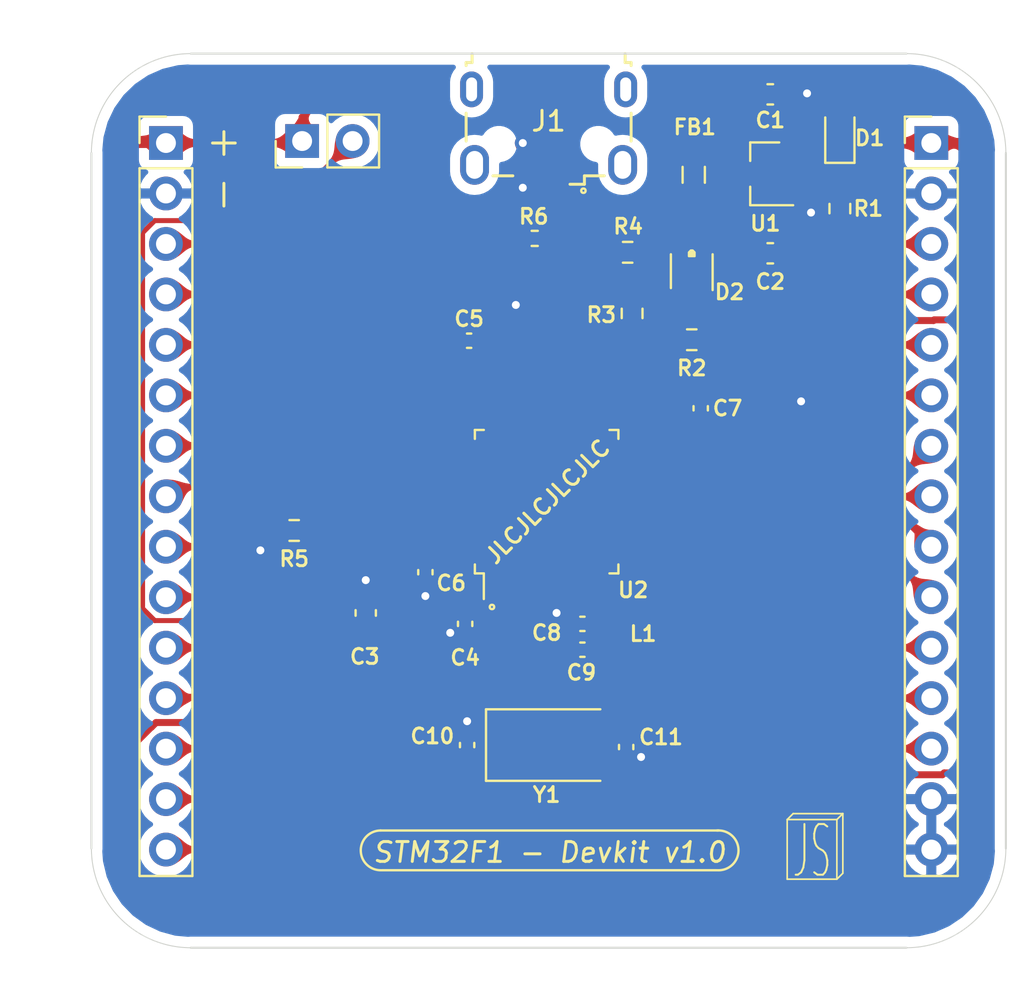
<source format=kicad_pcb>
(kicad_pcb (version 20211014) (generator pcbnew)
  (layers (0 "F.Cu" signal) (31 "B.Cu" signal) (34 "B.Paste" user) (35 "F.Paste" user) (36 "B.SilkS" user "B.Silkscreen") (37 "F.SilkS" user "F.Silkscreen") (38 "B.Mask" user) (39 "F.Mask" user) (44 "Edge.Cuts" user))
  (net 0 "")
  (net 1 "GND")
  (net 2 "VCC")
  (net 3 "+3V3")
  (net 4 "+3.3VA")
  (net 5 "/HSE_OUT")
  (net 6 "/HSE_IN")
  (net 7 "Net-(D1-Pad1)")
  (net 8 "/Bl")
  (net 9 "/Gr")
  (net 10 "+5V")
  (net 11 "USB_D-")
  (net 12 "USB_D+")
  (net 13 "Net-(J1-Pad4)")
  (net 14 "Net-(J1-Pad6)")
  (net 15 "PB1")
  (net 16 "PB2")
  (net 17 "PB10")
  (net 18 "PB11")
  (net 19 "PB14")
  (net 20 "PB15")
  (net 21 "SWDIO")
  (net 22 "SWCLK")
  (net 23 "PA15")
  (net 24 "SWO")
  (net 25 "PB4")
  (net 26 "PB5")
  (net 27 "PB6")
  (net 28 "PB7")
  (net 29 "PB8")
  (net 30 "PB9")
  (net 31 "PC13")
  (net 32 "PC14")
  (net 33 "PC15")
  (net 34 "PA0")
  (net 35 "PA3")
  (net 36 "PA4")
  (net 37 "PA5")
  (net 38 "PB0")
  (net 39 "/BOOT0")
  (net 40 "PA8")
  (net 41 "PA9")
  (net 42 "Net-(U2-Pad7)")
  (net 43 "Net-(U2-Pad11)")
  (net 44 "Net-(U2-Pad12)")
  (net 45 "Net-(U2-Pad16)")
  (net 46 "Net-(U2-Pad25)")
  (net 47 "Net-(U2-Pad26)")
  (net 48 "/Red")
  (net 49 "PA10")
  (net 50 "Net-(U2-Pad17)")
  (footprint "Capacitor_SMD:C_0603_1608Metric" (layer "F.Cu") (at 173.8 133.15 90)
    (fp_text reference "C3")
    (fp_text value "4u7")
  )
  (footprint "Capacitor_SMD:C_0402_1005Metric" (layer "F.Cu") (at 178.8 133.7 -90)
    (fp_text reference "C4")
    (fp_text value "100n")
  )
  (footprint "Capacitor_SMD:C_0402_1005Metric" (layer "F.Cu") (at 179 119.45)
    (fp_text reference "C5")
    (fp_text value "100n")
  )
  (footprint "Capacitor_SMD:C_0402_1005Metric" (layer "F.Cu") (at 176.8 131.1 -90)
    (fp_text reference "C6")
    (fp_text value "100n")
  )
  (footprint "Capacitor_SMD:C_0402_1005Metric" (layer "F.Cu") (at 190.65 122.85 -90)
    (fp_text reference "C7")
    (fp_text value "100n")
  )
  (footprint "Capacitor_SMD:C_0402_1005Metric" (layer "F.Cu") (at 184.7 133.7 180)
    (fp_text reference "C8")
    (fp_text value "1u")
  )
  (footprint "Capacitor_SMD:C_0402_1005Metric" (layer "F.Cu") (at 184.7 135 180)
    (fp_text reference "C9")
    (fp_text value "100n")
  )
  (footprint "Connector_PinHeader_2.54mm:PinHeader_1x15_P2.54mm_Vertical" (layer "F.Cu") (at 163.75 109.5)
    (fp_text reference "J2" hide)
    (fp_text value "Conn_01x15")
  )
  (footprint "Inductor_SMD:L_0402_1005Metric" (layer "F.Cu") (at 186.5 134.4 90)
    (fp_text reference "L1")
    (fp_text value "27n")
  )
  (footprint "Resistor_SMD:R_0402_1005Metric" (layer "F.Cu") (at 182.3 114.3)
    (fp_text reference "R6")
    (fp_text value "1k5")
  )
  (footprint "Package_QFP:LQFP-48_7x7mm_P0.5mm" (layer "F.Cu") (at 182.9 127.55 90)
    (fp_text reference "U2")
    (fp_text value "STM32F103C8Tx")
  )
  (footprint "Crystal:Crystal_SMD_5032-2Pin_5.0x3.2mm" (layer "F.Cu") (at 182.9 139.8)
    (fp_text reference "Y1")
    (fp_text value "8MHz")
  )
  (footprint "Connector_USB:USB_Micro-B_Wuerth_629105150521" (layer "F.Cu") (at 183 108.75 180)
    (fp_text reference "J1")
    (fp_text value "USB_B_Micro")
  )
  (footprint "Connector_PinHeader_2.54mm:PinHeader_1x15_P2.54mm_Vertical" (layer "F.Cu") (at 202.25 109.5)
    (fp_text reference "J3" hide)
    (fp_text value "Conn_01x15")
  )
  (footprint "Inductor_SMD:L_0805_2012Metric" (layer "F.Cu") (at 190.3 111.1 -90)
    (fp_text reference "FB1")
    (fp_text value "100R")
  )
  (footprint "Resistor_SMD:R_0603_1608Metric" (layer "F.Cu") (at 197.65 112.8 -90)
    (fp_text reference "R1")
    (fp_text value "1k")
  )
  (footprint "Package_TO_SOT_SMD:SOT-23" (layer "F.Cu") (at 193.9 111.05 180)
    (fp_text reference "U1")
    (fp_text value "XC6206P332MR")
  )
  (footprint "Capacitor_SMD:C_0603_1608Metric" (layer "F.Cu") (at 194.15 115.05 180)
    (fp_text reference "C2")
    (fp_text value "1u")
  )
  (footprint "Capacitor_SMD:C_0603_1608Metric" (layer "F.Cu") (at 194.15 107.05)
    (fp_text reference "C1")
    (fp_text value "1u")
  )
  (footprint "LED_SMD:LED_0603_1608Metric" (layer "F.Cu") (at 197.65 109.0125 90)
    (fp_text reference "D1")
    (fp_text value "RED_LED")
  )
  (footprint "Resistor_SMD:R_0603_1608Metric" (layer "F.Cu") (at 186.975 115 180)
    (fp_text reference "R4")
    (fp_text value "1k")
  )
  (footprint "Resistor_SMD:R_0603_1608Metric" (layer "F.Cu") (at 190.2 119.4 180)
    (fp_text reference "R2")
    (fp_text value "1k")
  )
  (footprint "Resistor_SMD:R_0603_1608Metric" (layer "F.Cu") (at 187.2 118.075 -90)
    (fp_text reference "R3")
    (fp_text value "1k")
  )
  (footprint "test01:RGB_LED_2.1x2.1mm" (layer "F.Cu") (at 190.25 114.3 -90)
    (fp_text reference "D2")
    (fp_text value "LED_RGBC")
  )
  (footprint "Capacitor_SMD:C_0402_1005Metric" (layer "F.Cu") (at 186.9 139.9 -90)
    (fp_text reference "C11")
    (fp_text value "30p")
  )
  (footprint "Capacitor_SMD:C_0402_1005Metric" (layer "F.Cu") (at 178.9 139.8 90)
    (fp_text reference "C10")
    (fp_text value "30p")
  )
  (footprint "Resistor_SMD:R_0603_1608Metric" (layer "F.Cu") (at 170.2 129 180)
    (fp_text reference "R5")
    (fp_text value "10k")
  )
  (footprint "Connector_PinHeader_2.54mm:PinHeader_1x02_P2.54mm_Vertical" (layer "F.Cu") (at 170.6 109.4 90)
    (fp_text reference "JP1" hide)
    (fp_text value "Jumper_NO")
  )
  (gr_line (start 174.55 144.1) (end 191.55 144.1) (layer "F.SilkS") (width 0.12))
  (gr_arc (start 174.55 146.1) (mid 173.55 145.1) (end 174.55 144.1) (layer "F.SilkS") (width 0.12))
  (gr_arc (start 191.470154 144.101941) (mid 192.551136 145.085045) (end 191.500001 146.099999) (layer "F.SilkS") (width 0.12))
  (gr_line (start 174.6 146.1) (end 191.45 146.1) (layer "F.SilkS") (width 0.12))
  (gr_line (start 195 146.55) (end 195 143.55) (layer "F.SilkS") (width 0.084))
  (gr_line (start 197.5 146.55) (end 195 146.55) (layer "F.SilkS") (width 0.084))
  (gr_line (start 195.3 143.25) (end 197.8 143.25) (layer "F.SilkS") (width 0.084))
  (gr_line (start 197.5 143.55) (end 197.5 146.55) (layer "F.SilkS") (width 0.084))
  (gr_line (start 195 143.55) (end 195.3 143.25) (layer "F.SilkS") (width 0.084))
  (gr_line (start 197.5 143.55) (end 197.8 143.25) (layer "F.SilkS") (width 0.084))
  (gr_line (start 197.5 146.55) (end 197.8 146.25) (layer "F.SilkS") (width 0.084))
  (gr_line (start 195 143.55) (end 197.5 143.55) (layer "F.SilkS") (width 0.084))
  (gr_line (start 197.8 146.25) (end 197.8 143.25) (layer "F.SilkS") (width 0.084))
  (gr_circle (center 180.15 132.85) (end 180.15 132.9) (layer "F.SilkS") (width 0.12) (fill none))
  (gr_circle (center 184.75 111.9) (end 184.75 111.95) (layer "F.SilkS") (width 0.12) (fill none))
  (gr_line (start 206 110) (end 206 145) (layer "Edge.Cuts") (width 0.1))
  (gr_arc (start 206 145) (mid 204.535534 148.535534) (end 201 150) (layer "Edge.Cuts") (width 0.05))
  (gr_arc (start 165 150) (mid 161.464466 148.535534) (end 160 145) (layer "Edge.Cuts") (width 0.05))
  (gr_line (start 165 105) (end 201 105) (layer "Edge.Cuts") (width 0.1))
  (gr_line (start 160 145) (end 160 110) (layer "Edge.Cuts") (width 0.1))
  (gr_line (start 201 150) (end 165 150) (layer "Edge.Cuts") (width 0.1))
  (gr_arc (start 201 105) (mid 204.535534 106.464466) (end 206 110) (layer "Edge.Cuts") (width 0.05))
  (gr_arc (start 160 110) (mid 161.464466 106.464466) (end 165 105) (layer "Edge.Cuts") (width 0.05))
  (gr_text "STM32F1 - Devkit v1.0" (at 183.05 145.2) (layer "F.SilkS") (effects (font (size 1 1) (thickness 0.15) italic)))
  (gr_text "+" (at 166.55 109.5 90) (layer "F.SilkS") (effects (font (size 1.5 1.5))))
  (gr_text "-" (at 166.55 112.1 90) (layer "F.SilkS") (effects (font (size 1.5 1.5))))
  (gr_text "JS" (at 196.25 145.15) (layer "F.SilkS") (effects (font (size 2.55 1.15) (thickness 0.1))))
  (gr_text "JLCJLCJLCJLC" (at 182.95 127.55 45) (layer "F.SilkS") (effects (font (size 0.8 0.8))))
  (segment (start 180 119.45) (end 179.48 119.45) (width 0.25) (layer "F.Cu") (net 1))
  (segment (start 181.7 109.614998) (end 181.674999 109.639999) (width 0.5) (layer "F.Cu") (net 1))
  (segment (start 178.9 139.32) (end 178.9 138.6) (width 0.35) (layer "F.Cu") (net 1))
  (segment (start 183.4 133.15) (end 183.67 133.15) (width 0.35) (layer "F.Cu") (net 1))
  (segment (start 180.8 119.35) (end 180.8 120.65) (width 0.25) (layer "F.Cu") (net 1))
  (segment (start 193.95 113.7) (end 193.375 114.275) (width 0.35) (layer "F.Cu") (net 1))
  (segment (start 190.65 124.2) (end 189.55 125.3) (width 0.25) (layer "F.Cu") (net 1))
  (segment (start 181.674999 111.660001) (end 181.7 111.685002) (width 0.5) (layer "F.Cu") (net 1))
  (segment (start 183.4 133.15) (end 183.65 132.9) (width 0.25) (layer "F.Cu") (net 1))
  (segment (start 189.55 125.3) (end 187.0625 125.3) (width 0.25) (layer "F.Cu") (net 1))
  (segment (start 181.35 117.65) (end 181.35 118.8) (width 0.25) (layer "F.Cu") (net 1))
  (segment (start 181.35 118.8) (end 180.8 119.35) (width 0.25) (layer "F.Cu") (net 1))
  (segment (start 196 107) (end 194.975 107) (width 0.5) (layer "F.Cu") (net 1))
  (segment (start 196.2 112.3) (end 195.9 112) (width 0.35) (layer "F.Cu") (net 1))
  (segment (start 178.77 134.15) (end 178.8 134.18) (width 0.35) (layer "F.Cu") (net 1))
  (segment (start 193.375 114.275) (end 193.375 115.05) (width 0.35) (layer "F.Cu") (net 1))
  (segment (start 183.67 133.15) (end 184.22 133.7) (width 0.35) (layer "F.Cu") (net 1))
  (segment (start 196.2 113) (end 196.2 112.3) (width 0.35) (layer "F.Cu") (net 1))
  (segment (start 180.8 122.434298) (end 180.65 122.584298) (width 0.25) (layer "F.Cu") (net 1))
  (segment (start 195.9 112) (end 194.9 112) (width 0.35) (layer "F.Cu") (net 1))
  (segment (start 176.175 129.825) (end 174.9 131.1) (width 0.25) (layer "F.Cu") (net 1))
  (segment (start 190.74 115.04) (end 193.365 115.04) (width 0.35) (layer "F.Cu") (net 1))
  (segment (start 194.975 107) (end 194.925 107.05) (width 0.5) (layer "F.Cu") (net 1))
  (segment (start 190.65 123.33) (end 190.65 124.2) (width 0.25) (layer "F.Cu") (net 1))
  (segment (start 178.7375 129.8) (end 177.9 129.8) (width 0.25) (layer "F.Cu") (net 1))
  (segment (start 196.2 113) (end 195.5 113.7) (width 0.35) (layer "F.Cu") (net 1))
  (segment (start 195.5 113.7) (end 193.95 113.7) (width 0.35) (layer "F.Cu") (net 1))
  (segment (start 168.5 129.875) (end 169.375 129) (width 0.35) (layer "F.Cu") (net 1))
  (segment (start 174.9 131.1) (end 174.199999 131.100001) (width 0.25) (layer "F.Cu") (net 1))
  (segment (start 173.8 132.375) (end 173.8 131.5) (width 0.35) (layer "F.Cu") (net 1))
  (segment (start 194.87 123.33) (end 195.7 122.5) (width 0.35) (layer "F.Cu") (net 1))
  (segment (start 186.9 140.38) (end 187.63 140.38) (width 0.35) (layer "F.Cu") (net 1))
  (segment (start 181.7 111.685002) (end 181.7 111.75) (width 0.5) (layer "F.Cu") (net 1))
  (segment (start 181.7 109.5) (end 181.7 109.614998) (width 0.5) (layer "F.Cu") (net 1))
  (segment (start 193.365 115.04) (end 193.375 115.05) (width 0.35) (layer "F.Cu") (net 1))
  (segment (start 197.65 113.625) (end 196.825 113.625) (width 0.35) (layer "F.Cu") (net 1))
  (segment (start 180.8 120.25) (end 180 119.45) (width 0.25) (layer "F.Cu") (net 1))
  (segment (start 196.825 113.625) (end 196.2 113) (width 0.35) (layer "F.Cu") (net 1))
  (segment (start 187.63 140.38) (end 187.65 140.4) (width 0.35) (layer "F.Cu") (net 1))
  (segment (start 180.65 122.584298) (end 180.65 123.3875) (width 0.25) (layer "F.Cu") (net 1))
  (segment (start 178.05 134.15) (end 178.77 134.15) (width 0.35) (layer "F.Cu") (net 1))
  (segment (start 177.9 129.8) (end 177.875 129.825) (width 0.25) (layer "F.Cu") (net 1))
  (segment (start 168.5 130) (end 168.5 129.875) (width 0.35) (layer "F.Cu") (net 1))
  (segment (start 183.65 132.9) (end 183.65 131.7125) (width 0.25) (layer "F.Cu") (net 1))
  (segment (start 177.875 129.825) (end 176.175 129.825) (width 0.25) (layer "F.Cu") (net 1))
  (segment (start 190.65 123.33) (end 194.87 123.33) (width 0.35) (layer "F.Cu") (net 1))
  (segment (start 180.8 120.65) (end 180.8 120.25) (width 0.25) (layer "F.Cu") (net 1))
  (segment (start 174.199999 131.100001) (end 173.8 131.5) (width 0.25) (layer "F.Cu") (net 1))
  (segment (start 176.8 132.3) (end 176.8 131.58) (width 0.35) (layer "F.Cu") (net 1))
  (segment (start 181.674999 109.639999) (end 181.674999 111.660001) (width 0.5) (layer "F.Cu") (net 1))
  (segment (start 184.22 135) (end 184.22 133.7) (width 0.35) (layer "F.Cu") (net 1))
  (segment (start 180.8 120.65) (end 180.8 122.434298) (width 0.25) (layer "F.Cu") (net 1))
  (segment (start 176.175 129.825) (end 176.15 129.85) (width 0.25) (layer "F.Cu") (net 1))
  (via (at 195.7 122.5) (size 0.8) (drill 0.4) (layers "F.Cu" "B.Cu") (net 1))
  (via (at 173.8 131.5) (size 0.8) (drill 0.4) (layers "F.Cu" "B.Cu") (net 1))
  (via (at 181.7 109.5) (size 0.8) (drill 0.4) (layers "F.Cu" "B.Cu") (net 1))
  (via (at 178.9 138.6) (size 0.8) (drill 0.4) (layers "F.Cu" "B.Cu") (net 1))
  (via (at 176.8 132.3) (size 0.8) (drill 0.4) (layers "F.Cu" "B.Cu") (net 1))
  (via (at 187.65 140.4) (size 0.8) (drill 0.4) (layers "F.Cu" "B.Cu") (net 1))
  (via (at 196.2 113) (size 0.8) (drill 0.4) (layers "F.Cu" "B.Cu") (net 1))
  (via (at 181.35 117.65) (size 0.8) (drill 0.4) (layers "F.Cu" "B.Cu") (net 1))
  (via (at 181.7 111.75) (size 0.8) (drill 0.4) (layers "F.Cu" "B.Cu") (net 1))
  (via (at 178.05 134.15) (size 0.8) (drill 0.4) (layers "F.Cu" "B.Cu") (net 1))
  (via (at 196 107) (size 0.8) (drill 0.4) (layers "F.Cu" "B.Cu") (net 1))
  (via (at 168.5 130) (size 0.8) (drill 0.4) (layers "F.Cu" "B.Cu") (net 1))
  (via (at 183.4 133.15) (size 0.8) (drill 0.4) (layers "F.Cu" "B.Cu") (net 1))
  (segment (start 191.95 111.05) (end 192.9 111.05) (width 0.5) (layer "F.Cu") (net 2))
  (segment (start 190.3 110.0375) (end 190.9375 110.0375) (width 0.5) (layer "F.Cu") (net 2))
  (segment (start 190.3 108.8) (end 192.05 107.05) (width 0.5) (layer "F.Cu") (net 2))
  (segment (start 190.3 110.0375) (end 190.3 108.8) (width 0.5) (layer "F.Cu") (net 2))
  (segment (start 192.05 107.05) (end 193.375 107.05) (width 0.5) (layer "F.Cu") (net 2))
  (segment (start 190.9375 110.0375) (end 191.95 111.05) (width 0.5) (layer "F.Cu") (net 2))
  (segment (start 162.9 138.9) (end 163.016998 138.9) (width 0.35) (layer "F.Cu") (net 3))
  (segment (start 170.6 108.2) (end 171.9 106.9) (width 0.35) (layer "F.Cu") (net 3))
  (segment (start 180.12499 132.20501) (end 180.12499 131.7125) (width 0.35) (layer "F.Cu") (net 3))
  (segment (start 193.48 122.37) (end 190.65 122.37) (width 0.35) (layer "F.Cu") (net 3))
  (segment (start 180.12499 121.87499) (end 180.12499 123.3875) (width 0.35) (layer "F.Cu") (net 3))
  (segment (start 164.734999 138.665001) (end 168.5 134.9) (width 0.35) (layer "F.Cu") (net 3))
  (segment (start 178.52 119.45) (end 178.52 116.13) (width 0.35) (layer "F.Cu") (net 3))
  (segment (start 178.6 114.3) (end 180.35 114.3) (width 0.35) (layer "F.Cu") (net 3))
  (segment (start 173.025 133.925) (end 173.8 133.925) (width 0.35) (layer "F.Cu") (net 3))
  (segment (start 191.2 138.6) (end 187.485 134.885) (width 0.35) (layer "F.Cu") (net 3))
  (segment (start 190.65 122.37) (end 190.34 122.37) (width 0.35) (layer "F.Cu") (net 3))
  (segment (start 176.7 112.4) (end 178.6 114.3) (width 0.35) (layer "F.Cu") (net 3))
  (segment (start 198.75 115.05) (end 194.925 115.05) (width 0.5) (layer "F.Cu") (net 3))
  (segment (start 204.9 140) (end 203.7 141.2) (width 0.5) (layer "F.Cu") (net 3))
  (segment (start 202.25 109.5) (end 203.6 109.5) (width 0.5) (layer "F.Cu") (net 3))
  (segment (start 194.9 110.1) (end 194.9 109.1) (width 0.5) (layer "F.Cu") (net 3))
  (segment (start 196 138.6) (end 191.2 138.6) (width 0.35) (layer "F.Cu") (net 3))
  (segment (start 189.5 123.21) (end 189.5 124.1) (width 0.35) (layer "F.Cu") (net 3))
  (segment (start 176.43 130.62) (end 175.4 131.65) (width 0.35) (layer "F.Cu") (net 3))
  (segment (start 161.2 110.5) (end 162.2 109.5) (width 0.5) (layer "F.Cu") (net 3))
  (segment (start 204.9 139.8) (end 204.9 140) (width 0.5) (layer "F.Cu") (net 3))
  (segment (start 163.75 109.5) (end 170.5 109.5) (width 0.35) (layer "F.Cu") (net 3))
  (segment (start 176.8 130.62) (end 176.43 130.62) (width 0.35) (layer "F.Cu") (net 3))
  (segment (start 180.35 114.3) (end 181.79 114.3) (width 0.35) (layer "F.Cu") (net 3))
  (segment (start 197.415001 118.434999) (end 193.48 122.37) (width 0.35) (layer "F.Cu") (net 3))
  (segment (start 204.9 110.8) (end 204.9 117.9) (width 0.5) (layer "F.Cu") (net 3))
  (segment (start 198.425 108.225) (end 199.7 109.5) (width 0.5) (layer "F.Cu") (net 3))
  (segment (start 199.7 109.5) (end 199.7 114.1) (width 0.5) (layer "F.Cu") (net 3))
  (segment (start 194.9 109.1) (end 195.775 108.225) (width 0.5) (layer "F.Cu") (net 3))
  (segment (start 204.9 117.9) (end 204.4 118.4) (width 0.5) (layer "F.Cu") (net 3))
  (segment (start 187.485 134.885) (end 186.5 134.885) (width 0.35) (layer "F.Cu") (net 3))
  (segment (start 204.9 117.9) (end 204.9 139.8) (width 0.5) (layer "F.Cu") (net 3))
  (segment (start 178.7 147.8) (end 163.2 147.8) (width 0.5) (layer "F.Cu") (net 3))
  (segment (start 161.2 145.8) (end 161.2 140.7) (width 0.5) (layer "F.Cu") (net 3))
  (segment (start 189.5 124.1) (end 188.82501 124.77499) (width 0.35) (layer "F.Cu") (net 3))
  (segment (start 176.7 108.5) (end 176.7 112.4) (width 0.35) (layer "F.Cu") (net 3))
  (segment (start 179.11 133.22) (end 180.12499 132.20501) (width 0.35) (layer "F.Cu") (net 3))
  (segment (start 178.8 133.22) (end 179.11 133.22) (width 0.35) (layer "F.Cu") (net 3))
  (segment (start 177.28 130.62) (end 177.57499 130.32501) (width 0.35) (layer "F.Cu") (net 3))
  (segment (start 163.251997 138.665001) (end 164.734999 138.665001) (width 0.35) (layer "F.Cu") (net 3))
  (segment (start 178.52 120.27) (end 180.12499 121.87499) (width 0.35) (layer "F.Cu") (net 3))
  (segment (start 190.34 122.37) (end 189.5 123.21) (width 0.35) (layer "F.Cu") (net 3))
  (segment (start 199.7 114.1) (end 198.75 115.05) (width 0.5) (layer "F.Cu") (net 3))
  (segment (start 163.016998 138.9) (end 163.251997 138.665001) (width 0.35) (layer "F.Cu") (net 3))
  (segment (start 176.725 133.925) (end 177.43 133.22) (width 0.35) (layer "F.Cu") (net 3))
  (segment (start 197.65 108.225) (end 198.425 108.225) (width 0.5) (layer "F.Cu") (net 3))
  (segment (start 202.8 147.8) (end 178.7 147.8) (width 0.5) (layer "F.Cu") (net 3))
  (segment (start 176.8 130.62) (end 177.28 130.62) (width 0.35) (layer "F.Cu") (net 3))
  (segment (start 204.9 140) (end 204.9 145.7) (width 0.5) (layer "F.Cu") (net 3))
  (segment (start 168.5 134.9) (end 172.05 134.9) (width 0.35) (layer "F.Cu") (net 3))
  (segment (start 171.9 106.9) (end 175.1 106.9) (width 0.35) (layer "F.Cu") (net 3))
  (segment (start 198.694999 141.294999) (end 196 138.6) (width 0.35) (layer "F.Cu") (net 3))
  (segment (start 174.725 133.925) (end 173.8 133.925) (width 0.35) (layer "F.Cu") (net 3))
  (segment (start 161.2 140.7) (end 161.2 140.6) (width 0.5) (layer "F.Cu") (net 3))
  (segment (start 202.365001 118.434999) (end 197.415001 118.434999) (width 0.35) (layer "F.Cu") (net 3))
  (segment (start 178.52 119.45) (end 178.52 120.27) (width 0.35) (layer "F.Cu") (net 3))
  (segment (start 204.4 118.4) (end 203.6 118.4) (width 0.5) (layer "F.Cu") (net 3))
  (segment (start 203.6 109.5) (end 204.9 110.8) (width 0.5) (layer "F.Cu") (net 3))
  (segment (start 175.4 133.25) (end 174.725 133.925) (width 0.35) (layer "F.Cu") (net 3))
  (segment (start 161.2 140.6) (end 162.9 138.9) (width 0.5) (layer "F.Cu") (net 3))
  (segment (start 177.43 133.22) (end 178.8 133.22) (width 0.35) (layer "F.Cu") (net 3))
  (segment (start 170.5 109.5) (end 170.6 109.4) (width 0.35) (layer "F.Cu") (net 3))
  (segment (start 203.7 141.2) (end 202.9 141.2) (width 0.35) (layer "F.Cu") (net 3))
  (segment (start 195.775 108.225) (end 197.65 108.225) (width 0.5) (layer "F.Cu") (net 3))
  (segment (start 177.57499 130.32501) (end 178.7375 130.32501) (width 0.35) (layer "F.Cu") (net 3))
  (segment (start 202.805001 141.294999) (end 198.694999 141.294999) (width 0.35) (layer "F.Cu") (net 3))
  (segment (start 172.05 134.9) (end 173.025 133.925) (width 0.35) (layer "F.Cu") (net 3))
  (segment (start 161.2 140.7) (end 161.2 110.5) (width 0.5) (layer "F.Cu") (net 3))
  (segment (start 162.2 109.5) (end 163.75 109.5) (width 0.5) (layer "F.Cu") (net 3))
  (segment (start 199.7 109.5) (end 202.25 109.5) (width 0.5) (layer "F.Cu") (net 3))
  (segment (start 174.725 133.925) (end 176.725 133.925) (width 0.35) (layer "F.Cu") (net 3))
  (segment (start 178.52 116.13) (end 180.35 114.3) (width 0.35) (layer "F.Cu") (net 3))
  (segment (start 170.6 109.4) (end 170.6 108.2) (width 0.35) (layer "F.Cu") (net 3))
  (segment (start 204.9 145.7) (end 202.8 147.8) (width 0.5) (layer "F.Cu") (net 3))
  (segment (start 188.82501 124.77499) (end 187.0625 124.77499) (width 0.35) (layer "F.Cu") (net 3))
  (segment (start 203.6 118.4) (end 202.4 118.4) (width 0.35) (layer "F.Cu") (net 3))
  (segment (start 202.4 118.4) (end 202.365001 118.434999) (width 0.35) (layer "F.Cu") (net 3))
  (segment (start 202.9 141.2) (end 202.805001 141.294999) (width 0.35) (layer "F.Cu") (net 3))
  (segment (start 175.1 106.9) (end 176.7 108.5) (width 0.35) (layer "F.Cu") (net 3))
  (segment (start 175.4 131.65) (end 175.4 133.25) (width 0.35) (layer "F.Cu") (net 3))
  (segment (start 163.2 147.8) (end 161.2 145.8) (width 0.5) (layer "F.Cu") (net 3))
  (segment (start 185.7 133.7) (end 185.915 133.915) (width 0.35) (layer "F.Cu") (net 4))
  (segment (start 184.82501 133.337384) (end 184.552616 133.06499) (width 0.25) (layer "F.Cu") (net 4))
  (segment (start 184.9 133.7) (end 184.82501 133.62501) (width 0.25) (layer "F.Cu") (net 4))
  (segment (start 184.552616 133.06499) (end 184.41499 133.06499) (width 0.25) (layer "F.Cu") (net 4))
  (segment (start 185.18 133.7) (end 185.7 133.7) (width 0.35) (layer "F.Cu") (net 4))
  (segment (start 184.15 132.8) (end 184.15 131.7125) (width 0.25) (layer "F.Cu") (net 4))
  (segment (start 185.18 133.7) (end 184.9 133.7) (width 0.25) (layer "F.Cu") (net 4))
  (segment (start 185.915 133.915) (end 186.5 133.915) (width 0.35) (layer "F.Cu") (net 4))
  (segment (start 185.18 135) (end 185.18 133.7) (width 0.35) (layer "F.Cu") (net 4))
  (segment (start 184.41499 133.06499) (end 184.15 132.8) (width 0.25) (layer "F.Cu") (net 4))
  (segment (start 184.82501 133.62501) (end 184.82501 133.337384) (width 0.25) (layer "F.Cu") (net 4))
  (segment (start 178.9 140.28) (end 179.32 140.28) (width 0.25) (layer "F.Cu") (net 5))
  (segment (start 182.15 135.05) (end 181.05 136.15) (width 0.25) (layer "F.Cu") (net 5))
  (segment (start 179.32 140.28) (end 179.8 139.8) (width 0.25) (layer "F.Cu") (net 5))
  (segment (start 181.05 136.15) (end 181.05 139.8) (width 0.25) (layer "F.Cu") (net 5))
  (segment (start 182.15 131.7125) (end 182.15 135.05) (width 0.25) (layer "F.Cu") (net 5))
  (segment (start 179.8 139.8) (end 181.05 139.8) (width 0.25) (layer "F.Cu") (net 5))
  (segment (start 182.65 131.7125) (end 182.65 135.25) (width 0.25) (layer "F.Cu") (net 6))
  (segment (start 182.65 135.25) (end 184.75 137.35) (width 0.25) (layer "F.Cu") (net 6))
  (segment (start 184.75 137.35) (end 184.75 139.8) (width 0.25) (layer "F.Cu") (net 6))
  (segment (start 186.28 139.42) (end 186.9 139.42) (width 0.25) (layer "F.Cu") (net 6))
  (segment (start 185.9 139.8) (end 186.28 139.42) (width 0.25) (layer "F.Cu") (net 6))
  (segment (start 184.75 139.8) (end 185.9 139.8) (width 0.25) (layer "F.Cu") (net 6))
  (segment (start 197.65 109.8) (end 197.65 111.975) (width 0.25) (layer "F.Cu") (net 7))
  (segment (start 188.6 116.8) (end 189.68 116.8) (width 0.25) (layer "F.Cu") (net 8))
  (segment (start 187.2 117.25) (end 188.15 117.25) (width 0.25) (layer "F.Cu") (net 8))
  (segment (start 188.15 117.25) (end 188.6 116.8) (width 0.25) (layer "F.Cu") (net 8))
  (segment (start 189.64 115) (end 189.68 115.04) (width 0.25) (layer "F.Cu") (net 9))
  (segment (start 187.8 115) (end 189.64 115) (width 0.25) (layer "F.Cu") (net 9))
  (segment (start 185.4 113.2) (end 184.325001 112.125001) (width 0.5) (layer "F.Cu") (net 10))
  (segment (start 190.3 113) (end 190.1 113.2) (width 0.5) (layer "F.Cu") (net 10))
  (segment (start 184.325001 112.125001) (end 184.325001 110.65) (width 0.5) (layer "F.Cu") (net 10))
  (segment (start 190.1 113.2) (end 185.4 113.2) (width 0.5) (layer "F.Cu") (net 10))
  (segment (start 190.3 112.1625) (end 190.3 113) (width 0.5) (layer "F.Cu") (net 10))
  (segment (start 182.125 119.6932) (end 183.55 118.2682) (width 0.2) (layer "F.Cu") (net 11))
  (segment (start 183.55 111.725001) (end 183.65 111.625001) (width 0.2) (layer "F.Cu") (net 11))
  (segment (start 183.65 111.625001) (end 183.65 110.65) (width 0.2) (layer "F.Cu") (net 11))
  (segment (start 182.125 123.3625) (end 182.125 119.6932) (width 0.2) (layer "F.Cu") (net 11))
  (segment (start 182.15 123.3875) (end 182.125 123.3625) (width 0.2) (layer "F.Cu") (net 11))
  (segment (start 183.55 118.2682) (end 183.55 111.725001) (width 0.2) (layer "F.Cu") (net 11))
  (segment (start 183 111.625001) (end 183 110.65) (width 0.2) (layer "F.Cu") (net 12))
  (segment (start 181.675 119.5068) (end 183.1 118.0818) (width 0.2) (layer "F.Cu") (net 12))
  (segment (start 183 114.3) (end 183.1 114.2) (width 0.25) (layer "F.Cu") (net 12))
  (segment (start 183.1 118.0818) (end 183.1 114.2) (width 0.2) (layer "F.Cu") (net 12))
  (segment (start 183.1 111.725001) (end 183 111.625001) (width 0.2) (layer "F.Cu") (net 12))
  (segment (start 181.65 123.3875) (end 181.675 123.3625) (width 0.2) (layer "F.Cu") (net 12))
  (segment (start 183.1 114.2) (end 183.1 111.725001) (width 0.2) (layer "F.Cu") (net 12))
  (segment (start 181.675 123.3625) (end 181.675 119.5068) (width 0.2) (layer "F.Cu") (net 12))
  (segment (start 182.81 114.3) (end 183 114.3) (width 0.25) (layer "F.Cu") (net 12))
  (segment (start 187.0625 127.3) (end 202.23 127.3) (width 0.25) (layer "F.Cu") (net 15))
  (segment (start 202.23 127.3) (end 202.25 127.28) (width 0.25) (layer "F.Cu") (net 15))
  (segment (start 192.8 126.1) (end 200.89 126.1) (width 0.25) (layer "F.Cu") (net 16))
  (segment (start 187.0625 126.8) (end 192.1 126.8) (width 0.25) (layer "F.Cu") (net 16))
  (segment (start 200.89 126.1) (end 202.25 124.74) (width 0.25) (layer "F.Cu") (net 16))
  (segment (start 192.1 126.8) (end 192.8 126.1) (width 0.25) (layer "F.Cu") (net 16))
  (segment (start 192.5 124.9) (end 197.4 124.9) (width 0.25) (layer "F.Cu") (net 17))
  (segment (start 197.4 124.9) (end 200.1 122.2) (width 0.25) (layer "F.Cu") (net 17))
  (segment (start 187.0625 126.3) (end 191.1 126.3) (width 0.25) (layer "F.Cu") (net 17))
  (segment (start 200.1 122.2) (end 202.25 122.2) (width 0.25) (layer "F.Cu") (net 17))
  (segment (start 191.1 126.3) (end 192.5 124.9) (width 0.25) (layer "F.Cu") (net 17))
  (segment (start 187.0625 125.8) (end 190.2 125.8) (width 0.25) (layer "F.Cu") (net 18))
  (segment (start 192.1 123.9) (end 195.9 123.9) (width 0.25) (layer "F.Cu") (net 18))
  (segment (start 201.94 119.66) (end 202.25 119.66) (width 0.25) (layer "F.Cu") (net 18))
  (segment (start 195.9 123.9) (end 200.14 119.66) (width 0.25) (layer "F.Cu") (net 18))
  (segment (start 190.2 125.8) (end 192.1 123.9) (width 0.25) (layer "F.Cu") (net 18))
  (segment (start 200.14 119.66) (end 202.25 119.66) (width 0.25) (layer "F.Cu") (net 18))
  (segment (start 196.38 117.12) (end 202.25 117.12) (width 0.25) (layer "F.Cu") (net 19))
  (segment (start 192.6 120.9) (end 196.38 117.12) (width 0.25) (layer "F.Cu") (net 19))
  (segment (start 186.334298 120.9) (end 192.6 120.9) (width 0.25) (layer "F.Cu") (net 19))
  (segment (start 184.65 122.584298) (end 186.334298 120.9) (width 0.25) (layer "F.Cu") (net 19))
  (segment (start 184.65 123.3875) (end 184.65 122.584298) (width 0.25) (layer "F.Cu") (net 19))
  (segment (start 184.15 123.3875) (end 184.15 122.35) (width 0.25) (layer "F.Cu") (net 20))
  (segment (start 191.8 120.4) (end 196.1 116.1) (width 0.25) (layer "F.Cu") (net 20))
  (segment (start 198.9 116.1) (end 200.42 114.58) (width 0.25) (layer "F.Cu") (net 20))
  (segment (start 186.1 120.4) (end 191.8 120.4) (width 0.25) (layer "F.Cu") (net 20))
  (segment (start 184.15 122.35) (end 186.1 120.4) (width 0.25) (layer "F.Cu") (net 20))
  (segment (start 200.42 114.58) (end 202.25 114.58) (width 0.25) (layer "F.Cu") (net 20))
  (segment (start 196.1 116.1) (end 198.9 116.1) (width 0.25) (layer "F.Cu") (net 20))
  (segment (start 181.15 124.190702) (end 180.890692 124.45001) (width 0.25) (layer "F.Cu") (net 21))
  (segment (start 179.690712 124.45001) (end 169.820702 114.58) (width 0.25) (layer "F.Cu") (net 21))
  (segment (start 180.890692 124.45001) (end 179.690712 124.45001) (width 0.25) (layer "F.Cu") (net 21))
  (segment (start 181.15 123.3875) (end 181.15 124.190702) (width 0.25) (layer "F.Cu") (net 21))
  (segment (start 169.820702 114.58) (end 163.75 114.58) (width 0.25) (layer "F.Cu") (net 21))
  (segment (start 166.02 117.12) (end 163.75 117.12) (width 0.25) (layer "F.Cu") (net 22))
  (segment (start 173.7 124.8) (end 166.02 117.12) (width 0.25) (layer "F.Cu") (net 22))
  (segment (start 178.7375 124.8) (end 173.7 124.8) (width 0.25) (layer "F.Cu") (net 22))
  (segment (start 171.7 125.3) (end 166.06 119.66) (width 0.25) (layer "F.Cu") (net 23))
  (segment (start 166.06 119.66) (end 163.75 119.66) (width 0.25) (layer "F.Cu") (net 23))
  (segment (start 178.7375 125.3) (end 171.7 125.3) (width 0.25) (layer "F.Cu") (net 23))
  (segment (start 178.7375 125.8) (end 178.6 125.8) (width 0.25) (layer "F.Cu") (net 24))
  (segment (start 178.57501 125.77501) (end 169.47501 125.77501) (width 0.25) (layer "F.Cu") (net 24))
  (segment (start 178.6 125.8) (end 178.57501 125.77501) (width 0.25) (layer "F.Cu") (net 24))
  (segment (start 169.47501 125.77501) (end 165.9 122.2) (width 0.25) (layer "F.Cu") (net 24))
  (segment (start 165.9 122.2) (end 163.75 122.2) (width 0.25) (layer "F.Cu") (net 24))
  (segment (start 167.87501 126.27501) (end 166.34 124.74) (width 0.25) (layer "F.Cu") (net 25))
  (segment (start 178.67501 126.27501) (end 167.87501 126.27501) (width 0.25) (layer "F.Cu") (net 25))
  (segment (start 178.7 126.3) (end 178.67501 126.27501) (width 0.25) (layer "F.Cu") (net 25))
  (segment (start 166.34 124.74) (end 163.75 124.74) (width 0.25) (layer "F.Cu") (net 25))
  (segment (start 178.7375 126.3) (end 178.7 126.3) (width 0.25) (layer "F.Cu") (net 25))
  (segment (start 163.75 127.28) (end 164.23 126.8) (width 0.25) (layer "F.Cu") (net 26))
  (segment (start 164.23 126.8) (end 178.7375 126.8) (width 0.25) (layer "F.Cu") (net 26))
  (segment (start 178.7375 127.3) (end 168.3 127.3) (width 0.25) (layer "F.Cu") (net 27))
  (segment (start 165.78 129.82) (end 163.75 129.82) (width 0.25) (layer "F.Cu") (net 27))
  (segment (start 168.3 127.3) (end 165.78 129.82) (width 0.25) (layer "F.Cu") (net 27))
  (segment (start 167.3 131.3) (end 166.24 132.36) (width 0.25) (layer "F.Cu") (net 28))
  (segment (start 169.357522 127.8) (end 167.3 129.857522) (width 0.25) (layer "F.Cu") (net 28))
  (segment (start 166.24 132.36) (end 163.75 132.36) (width 0.25) (layer "F.Cu") (net 28))
  (segment (start 167.3 129.857522) (end 167.3 131.3) (width 0.25) (layer "F.Cu") (net 28))
  (segment (start 178.7375 127.8) (end 169.357522 127.8) (width 0.25) (layer "F.Cu") (net 28))
  (segment (start 173.6 129.6) (end 172.1 129.6) (width 0.25) (layer "F.Cu") (net 29))
  (segment (start 172.1 129.6) (end 168.7 133) (width 0.25) (layer "F.Cu") (net 29))
  (segment (start 178.7375 128.8) (end 174.4 128.8) (width 0.25) (layer "F.Cu") (net 29))
  (segment (start 166.1 134.9) (end 163.75 134.9) (width 0.25) (layer "F.Cu") (net 29))
  (segment (start 168.7 133) (end 168 133) (width 0.25) (layer "F.Cu") (net 29))
  (segment (start 168 133) (end 166.1 134.9) (width 0.25) (layer "F.Cu") (net 29))
  (segment (start 174.4 128.8) (end 173.6 129.6) (width 0.25) (layer "F.Cu") (net 29))
  (segment (start 174.4 130.3) (end 172.5 130.3) (width 0.25) (layer "F.Cu") (net 30))
  (segment (start 168.8 133.7) (end 165.06 137.44) (width 0.25) (layer "F.Cu") (net 30))
  (segment (start 169.1 133.7) (end 168.8 133.7) (width 0.25) (layer "F.Cu") (net 30))
  (segment (start 172.5 130.3) (end 169.1 133.7) (width 0.25) (layer "F.Cu") (net 30))
  (segment (start 178.7375 129.3) (end 175.4 129.3) (width 0.25) (layer "F.Cu") (net 30))
  (segment (start 165.06 137.44) (end 163.75 137.44) (width 0.25) (layer "F.Cu") (net 30))
  (segment (start 175.4 129.3) (end 174.4 130.3) (width 0.25) (layer "F.Cu") (net 30))
  (segment (start 174.167626 139.98) (end 163.75 139.98) (width 0.25) (layer "F.Cu") (net 31))
  (segment (start 180.65 133.497626) (end 174.167626 139.98) (width 0.25) (layer "F.Cu") (net 31))
  (segment (start 180.65 131.7125) (end 180.65 133.497626) (width 0.25) (layer "F.Cu") (net 31))
  (segment (start 181.15 131.7125) (end 181.15 134) (width 0.25) (layer "F.Cu") (net 32))
  (segment (start 172.63 142.52) (end 163.75 142.52) (width 0.25) (layer "F.Cu") (net 32))
  (segment (start 181.15 134) (end 172.63 142.52) (width 0.25) (layer "F.Cu") (net 32))
  (segment (start 181.65 131.7125) (end 181.65 134.45) (width 0.25) (layer "F.Cu") (net 33))
  (segment (start 171.04 145.06) (end 163.75 145.06) (width 0.25) (layer "F.Cu") (net 33))
  (segment (start 181.65 134.45) (end 171.04 145.06) (width 0.25) (layer "F.Cu") (net 33))
  (segment (start 185.199288 133.06499) (end 187.46499 133.06499) (width 0.25) (layer "F.Cu") (net 34))
  (segment (start 199.68 139.98) (end 202.25 139.98) (width 0.25) (layer "F.Cu") (net 34))
  (segment (start 191.9 137.5) (end 197.2 137.5) (width 0.25) (layer "F.Cu") (net 34))
  (segment (start 184.65 131.7125) (end 184.65 132.515702) (width 0.25) (layer "F.Cu") (net 34))
  (segment (start 184.65 132.515702) (end 185.199288 133.06499) (width 0.25) (layer "F.Cu") (net 34))
  (segment (start 197.2 137.5) (end 199.68 139.98) (width 0.25) (layer "F.Cu") (net 34))
  (segment (start 187.46499 133.06499) (end 191.9 137.5) (width 0.25) (layer "F.Cu") (net 34))
  (segment (start 200.04 137.44) (end 202.25 137.44) (width 0.25) (layer "F.Cu") (net 35))
  (segment (start 189.4 130.3) (end 193.6 134.5) (width 0.25) (layer "F.Cu") (net 35))
  (segment (start 197.1 134.5) (end 200.04 137.44) (width 0.25) (layer "F.Cu") (net 35))
  (segment (start 187.0625 130.3) (end 189.4 130.3) (width 0.25) (layer "F.Cu") (net 35))
  (segment (start 193.6 134.5) (end 197.1 134.5) (width 0.25) (layer "F.Cu") (net 35))
  (segment (start 187.0625 129.8) (end 190.6 129.8) (width 0.25) (layer "F.Cu") (net 36))
  (segment (start 193.5 132.7) (end 197.8 132.7) (width 0.25) (layer "F.Cu") (net 36))
  (segment (start 190.6 129.8) (end 193.5 132.7) (width 0.25) (layer "F.Cu") (net 36))
  (segment (start 200 134.9) (end 202.25 134.9) (width 0.25) (layer "F.Cu") (net 36))
  (segment (start 197.8 132.7) (end 200 134.9) (width 0.25) (layer "F.Cu") (net 36))
  (segment (start 193.4 131.1) (end 200.99 131.1) (width 0.25) (layer "F.Cu") (net 37))
  (segment (start 187.1 129.3) (end 187.12499 129.32499) (width 0.25) (layer "F.Cu") (net 37))
  (segment (start 200.99 131.1) (end 202.25 132.36) (width 0.25) (layer "F.Cu") (net 37))
  (segment (start 187.0625 129.3) (end 187.1 129.3) (width 0.25) (layer "F.Cu") (net 37))
  (segment (start 187.12499 129.32499) (end 191.62499 129.32499) (width 0.25) (layer "F.Cu") (net 37))
  (segment (start 191.62499 129.32499) (end 193.4 131.1) (width 0.25) (layer "F.Cu") (net 37))
  (segment (start 187.0625 127.8) (end 192.1 127.8) (width 0.25) (layer "F.Cu") (net 38))
  (segment (start 201.13 128.7) (end 202.25 129.82) (width 0.25) (layer "F.Cu") (net 38))
  (segment (start 193 128.7) (end 201.13 128.7) (width 0.25) (layer "F.Cu") (net 38))
  (segment (start 192.1 127.8) (end 193 128.7) (width 0.25) (layer "F.Cu") (net 38))
  (segment (start 173.14 109.4) (end 169.135001 113.404999) (width 0.25) (layer "F.Cu") (net 39))
  (segment (start 162.574999 132.924001) (end 163.185999 133.535001) (width 0.25) (layer "F.Cu") (net 39))
  (segment (start 173.2 129) (end 173.9 128.3) (width 0.25) (layer "F.Cu") (net 39))
  (segment (start 166.489999 133.535001) (end 171.025 129) (width 0.25) (layer "F.Cu") (net 39))
  (segment (start 177.9 128.3) (end 178.7375 128.3) (width 0.25) (layer "F.Cu") (net 39))
  (segment (start 163.185999 133.535001) (end 166.489999 133.535001) (width 0.25) (layer "F.Cu") (net 39))
  (segment (start 171.025 129) (end 173.2 129) (width 0.25) (layer "F.Cu") (net 39))
  (segment (start 173.9 128.3) (end 177.9 128.3) (width 0.25) (layer "F.Cu") (net 39))
  (segment (start 162.574999 114.015999) (end 162.574999 132.924001) (width 0.25) (layer "F.Cu") (net 39))
  (segment (start 163.185999 113.404999) (end 162.574999 114.015999) (width 0.25) (layer "F.Cu") (net 39))
  (segment (start 169.135001 113.404999) (end 163.185999 113.404999) (width 0.25) (layer "F.Cu") (net 39))
  (segment (start 183.65 123.3875) (end 183.65 123.15) (width 0.25) (layer "F.Cu") (net 40))
  (segment (start 183.65 123.3875) (end 183.65 123.25) (width 0.25) (layer "F.Cu") (net 40))
  (segment (start 185.7 119.8) (end 188 119.8) (width 0.25) (layer "F.Cu") (net 40))
  (segment (start 188.4 119.4) (end 189.375 119.4) (width 0.25) (layer "F.Cu") (net 40))
  (segment (start 183.65 123.25) (end 183.625 123.225) (width 0.25) (layer "F.Cu") (net 40))
  (segment (start 188 119.8) (end 188.4 119.4) (width 0.25) (layer "F.Cu") (net 40))
  (segment (start 183.625 123.125) (end 183.625 121.875) (width 0.25) (layer "F.Cu") (net 40))
  (segment (start 183.65 123.15) (end 183.625 123.125) (width 0.25) (layer "F.Cu") (net 40))
  (segment (start 183.625 121.875) (end 185.7 119.8) (width 0.25) (layer "F.Cu") (net 40))
  (segment (start 183.15 123.3875) (end 183.15 123.35) (width 0.25) (layer "F.Cu") (net 41))
  (segment (start 183.17499 121.22501) (end 185.5 118.9) (width 0.25) (layer "F.Cu") (net 41))
  (segment (start 183.17499 123.32501) (end 183.17499 121.22501) (width 0.25) (layer "F.Cu") (net 41))
  (segment (start 183.15 123.35) (end 183.17499 123.32501) (width 0.25) (layer "F.Cu") (net 41))
  (segment (start 185.5 118.9) (end 187.2 118.9) (width 0.25) (layer "F.Cu") (net 41))
  (segment (start 190.74 117.94) (end 190.74 116.8) (width 0.25) (layer "F.Cu") (net 48))
  (segment (start 191.025 119.4) (end 191.025 118.225) (width 0.25) (layer "F.Cu") (net 48))
  (segment (start 191.025 118.225) (end 190.74 117.94) (width 0.25) (layer "F.Cu") (net 48))
  (segment (start 182.65 123.3875) (end 182.65 120.75) (width 0.25) (layer "F.Cu") (net 49))
  (segment (start 184.6 115.4) (end 185 115) (width 0.25) (layer "F.Cu") (net 49))
  (segment (start 184.6 118.8) (end 184.6 115.4) (width 0.25) (layer "F.Cu") (net 49))
  (segment (start 185 115) (end 186.15 115) (width 0.25) (layer "F.Cu") (net 49))
  (segment (start 182.65 120.75) (end 184.6 118.8) (width 0.25) (layer "F.Cu") (net 49))
  (zone (net 39) (net_name "/BOOT0") (layer "F.Cu") (priority 16962) (connect_pads yes (clearance 0.2)) (min_thickness 0.0254) (fill yes (thermal_gap 0.508) (thermal_bridge_width 0.508))
    (polygon (pts (xy 172.033379 110.683398) (xy 172.181659 110.549686) (xy 172.31788 110.454721) (xy 172.445754 110.391109) (xy 172.568993 110.351461) (xy 172.691308 110.328386) (xy 172.816411 110.314492) (xy 172.948015 110.30239) (xy 173.089832 110.284689) (xy 173.245572 110.253997) (xy 173.418949 110.202924) (xy 173.44052 109.09948) (xy 172.337076 109.121051) (xy 172.286002 109.294427) (xy 172.25531 109.450167) (xy 172.237609 109.591984) (xy 172.225507 109.723588) (xy 172.211613 109.848691) (xy 172.188538 109.971006) (xy 172.14889 110.094245) (xy 172.085278 110.222119) (xy 171.990313 110.35834) (xy 171.856602 110.506621)))
  )
  (zone (net 38) (net_name "PB0") (layer "F.Cu") (priority 16962) (connect_pads yes (clearance 0.2)) (min_thickness 0.0254) (fill yes (thermal_gap 0.508) (thermal_bridge_width 0.508))
    (polygon (pts (xy 201.01392 128.825) (xy 201.184273 128.845523) (xy 201.298607 128.903633) (xy 201.367343 128.99414) (xy 201.400901 129.111857) (xy 201.409703 129.251593) (xy 201.404168 129.40816) (xy 201.394717 129.576368) (xy 201.391771 129.751028) (xy 201.40575 129.926951) (xy 201.447076 130.098949) (xy 202.55052 130.12052) (xy 202.25 128.97) (xy 202.093727 128.95894) (xy 201.963795 128.92892) (xy 201.853048 128.884679) (xy 201.75433 128.83096) (xy 201.660486 128.7725) (xy 201.564359 128.71404) (xy 201.458795 128.66032) (xy 201.336637 128.61608) (xy 201.190731 128.58606) (xy 201.01392 128.575)))
  )
  (zone (net 37) (net_name "PA5") (layer "F.Cu") (priority 16962) (connect_pads yes (clearance 0.2)) (min_thickness 0.0254) (fill yes (thermal_gap 0.508) (thermal_bridge_width 0.508))
    (polygon (pts (xy 200.966602 131.253379) (xy 201.100313 131.401659) (xy 201.195278 131.53788) (xy 201.25889 131.665754) (xy 201.298538 131.788993) (xy 201.321613 131.911308) (xy 201.335507 132.036411) (xy 201.347609 132.168015) (xy 201.36531 132.309832) (xy 201.396002 132.465572) (xy 201.447076 132.638949) (xy 202.55052 132.66052) (xy 202.528949 131.557076) (xy 202.355572 131.506002) (xy 202.199832 131.47531) (xy 202.058015 131.457609) (xy 201.926411 131.445507) (xy 201.801308 131.431613) (xy 201.678993 131.408538) (xy 201.555754 131.36889) (xy 201.42788 131.305278) (xy 201.291659 131.210313) (xy 201.143379 131.076602)))
  )
  (zone (net 36) (net_name "PA4") (layer "F.Cu") (priority 16962) (connect_pads yes (clearance 0.2)) (min_thickness 0.0254) (fill yes (thermal_gap 0.508) (thermal_bridge_width 0.508))
    (polygon (pts (xy 200.56 135.025) (xy 200.759398 135.035302) (xy 200.922872 135.064473) (xy 201.058273 135.109914) (xy 201.173451 135.169021) (xy 201.276258 135.239195) (xy 201.374544 135.317832) (xy 201.476159 135.402333) (xy 201.588956 135.490095) (xy 201.720783 135.578518) (xy 201.879494 135.665) (xy 202.675 134.9) (xy 201.879494 134.135) (xy 201.720783 134.221481) (xy 201.588956 134.309904) (xy 201.476159 134.397666) (xy 201.374544 134.482167) (xy 201.276258 134.560804) (xy 201.173451 134.630978) (xy 201.058273 134.690085) (xy 200.922872 134.735526) (xy 200.759398 134.764697) (xy 200.56 134.775)))
  )
  (zone (net 35) (net_name "PA3") (layer "F.Cu") (priority 16962) (connect_pads yes (clearance 0.2)) (min_thickness 0.0254) (fill yes (thermal_gap 0.508) (thermal_bridge_width 0.508))
    (polygon (pts (xy 200.56 137.565) (xy 200.759398 137.575302) (xy 200.922872 137.604473) (xy 201.058273 137.649914) (xy 201.173451 137.709021) (xy 201.276258 137.779195) (xy 201.374544 137.857832) (xy 201.476159 137.942333) (xy 201.588956 138.030095) (xy 201.720783 138.118518) (xy 201.879494 138.205) (xy 202.675 137.44) (xy 201.879494 136.675) (xy 201.720783 136.761481) (xy 201.588956 136.849904) (xy 201.476159 136.937666) (xy 201.374544 137.022167) (xy 201.276258 137.100804) (xy 201.173451 137.170978) (xy 201.058273 137.230085) (xy 200.922872 137.275526) (xy 200.759398 137.304697) (xy 200.56 137.315)))
  )
  (zone (net 34) (net_name "PA0") (layer "F.Cu") (priority 16962) (connect_pads yes (clearance 0.2)) (min_thickness 0.0254) (fill yes (thermal_gap 0.508) (thermal_bridge_width 0.508))
    (polygon (pts (xy 200.56 140.105) (xy 200.759398 140.115302) (xy 200.922872 140.144473) (xy 201.058273 140.189914) (xy 201.173451 140.249021) (xy 201.276258 140.319195) (xy 201.374544 140.397832) (xy 201.476159 140.482333) (xy 201.588956 140.570095) (xy 201.720783 140.658518) (xy 201.879494 140.745) (xy 202.675 139.98) (xy 201.879494 139.215) (xy 201.720783 139.301481) (xy 201.588956 139.389904) (xy 201.476159 139.477666) (xy 201.374544 139.562167) (xy 201.276258 139.640804) (xy 201.173451 139.710978) (xy 201.058273 139.770085) (xy 200.922872 139.815526) (xy 200.759398 139.844697) (xy 200.56 139.855)))
  )
  (zone (net 33) (net_name "PC15") (layer "F.Cu") (priority 16962) (connect_pads yes (clearance 0.2)) (min_thickness 0.0254) (fill yes (thermal_gap 0.508) (thermal_bridge_width 0.508))
    (polygon (pts (xy 165.44 144.935) (xy 165.240601 144.924697) (xy 165.077127 144.895526) (xy 164.941726 144.850085) (xy 164.826548 144.790978) (xy 164.723741 144.720804) (xy 164.625455 144.642167) (xy 164.52384 144.557666) (xy 164.411043 144.469904) (xy 164.279216 144.381481) (xy 164.120506 144.295) (xy 163.325 145.06) (xy 164.120506 145.825) (xy 164.279216 145.738518) (xy 164.411043 145.650095) (xy 164.52384 145.562333) (xy 164.625455 145.477832) (xy 164.723741 145.399195) (xy 164.826548 145.329021) (xy 164.941726 145.269914) (xy 165.077127 145.224473) (xy 165.240601 145.195302) (xy 165.44 145.185)))
  )
  (zone (net 32) (net_name "PC14") (layer "F.Cu") (priority 16962) (connect_pads yes (clearance 0.2)) (min_thickness 0.0254) (fill yes (thermal_gap 0.508) (thermal_bridge_width 0.508))
    (polygon (pts (xy 165.44 142.395) (xy 165.240601 142.384697) (xy 165.077127 142.355526) (xy 164.941726 142.310085) (xy 164.826548 142.250978) (xy 164.723741 142.180804) (xy 164.625455 142.102167) (xy 164.52384 142.017666) (xy 164.411043 141.929904) (xy 164.279216 141.841481) (xy 164.120506 141.755) (xy 163.325 142.52) (xy 164.120506 143.285) (xy 164.279216 143.198518) (xy 164.411043 143.110095) (xy 164.52384 143.022333) (xy 164.625455 142.937832) (xy 164.723741 142.859195) (xy 164.826548 142.789021) (xy 164.941726 142.729914) (xy 165.077127 142.684473) (xy 165.240601 142.655302) (xy 165.44 142.645)))
  )
  (zone (net 31) (net_name "PC13") (layer "F.Cu") (priority 16962) (connect_pads yes (clearance 0.2)) (min_thickness 0.0254) (fill yes (thermal_gap 0.508) (thermal_bridge_width 0.508))
    (polygon (pts (xy 165.44 139.855) (xy 165.240601 139.844697) (xy 165.077127 139.815526) (xy 164.941726 139.770085) (xy 164.826548 139.710978) (xy 164.723741 139.640804) (xy 164.625455 139.562167) (xy 164.52384 139.477666) (xy 164.411043 139.389904) (xy 164.279216 139.301481) (xy 164.120506 139.215) (xy 163.325 139.98) (xy 164.120506 140.745) (xy 164.279216 140.658518) (xy 164.411043 140.570095) (xy 164.52384 140.482333) (xy 164.625455 140.397832) (xy 164.723741 140.319195) (xy 164.826548 140.249021) (xy 164.941726 140.189914) (xy 165.077127 140.144473) (xy 165.240601 140.115302) (xy 165.44 140.105)))
  )
  (zone (net 30) (net_name "PB9") (layer "F.Cu") (priority 16962) (connect_pads yes (clearance 0.2)) (min_thickness 0.0254) (fill yes (thermal_gap 0.508) (thermal_bridge_width 0.508))
    (polygon (pts (xy 165.247383 137.075841) (xy 165.125902 137.173586) (xy 165.013418 137.218624) (xy 164.907291 137.219234) (xy 164.804878 137.183694) (xy 164.703539 137.120286) (xy 164.600632 137.037289) (xy 164.493517 136.942981) (xy 164.379551 136.845644) (xy 164.256095 136.753557) (xy 164.120506 136.675) (xy 163.325 137.44) (xy 164.35104 138.04104) (xy 164.469366 137.930685) (xy 164.577037 137.84465) (xy 164.677132 137.776441) (xy 164.772727 137.719565) (xy 164.8669 137.667527) (xy 164.962729 137.613833) (xy 165.063292 137.551989) (xy 165.171666 137.475501) (xy 165.290929 137.377875) (xy 165.424159 137.252617)))
  )
  (zone (net 29) (net_name "PB8") (layer "F.Cu") (priority 16962) (connect_pads yes (clearance 0.2)) (min_thickness 0.0254) (fill yes (thermal_gap 0.508) (thermal_bridge_width 0.508))
    (polygon (pts (xy 165.44 134.775) (xy 165.240601 134.764697) (xy 165.077127 134.735526) (xy 164.941726 134.690085) (xy 164.826548 134.630978) (xy 164.723741 134.560804) (xy 164.625455 134.482167) (xy 164.52384 134.397666) (xy 164.411043 134.309904) (xy 164.279216 134.221481) (xy 164.120506 134.135) (xy 163.325 134.9) (xy 164.120506 135.665) (xy 164.279216 135.578518) (xy 164.411043 135.490095) (xy 164.52384 135.402333) (xy 164.625455 135.317832) (xy 164.723741 135.239195) (xy 164.826548 135.169021) (xy 164.941726 135.109914) (xy 165.077127 135.064473) (xy 165.240601 135.035302) (xy 165.44 135.025)))
  )
  (zone (net 28) (net_name "PB7") (layer "F.Cu") (priority 16962) (connect_pads yes (clearance 0.2)) (min_thickness 0.0254) (fill yes (thermal_gap 0.508) (thermal_bridge_width 0.508))
    (polygon (pts (xy 165.44 132.235) (xy 165.240601 132.224697) (xy 165.077127 132.195526) (xy 164.941726 132.150085) (xy 164.826548 132.090978) (xy 164.723741 132.020804) (xy 164.625455 131.942167) (xy 164.52384 131.857666) (xy 164.411043 131.769904) (xy 164.279216 131.681481) (xy 164.120506 131.595) (xy 163.325 132.36) (xy 164.120506 133.125) (xy 164.279216 133.038518) (xy 164.411043 132.950095) (xy 164.52384 132.862333) (xy 164.625455 132.777832) (xy 164.723741 132.699195) (xy 164.826548 132.629021) (xy 164.941726 132.569914) (xy 165.077127 132.524473) (xy 165.240601 132.495302) (xy 165.44 132.485)))
  )
  (zone (net 27) (net_name "PB6") (layer "F.Cu") (priority 16962) (connect_pads yes (clearance 0.2)) (min_thickness 0.0254) (fill yes (thermal_gap 0.508) (thermal_bridge_width 0.508))
    (polygon (pts (xy 165.44 129.695) (xy 165.240601 129.684697) (xy 165.077127 129.655526) (xy 164.941726 129.610085) (xy 164.826548 129.550978) (xy 164.723741 129.480804) (xy 164.625455 129.402167) (xy 164.52384 129.317666) (xy 164.411043 129.229904) (xy 164.279216 129.141481) (xy 164.120506 129.055) (xy 163.325 129.82) (xy 164.120506 130.585) (xy 164.279216 130.498518) (xy 164.411043 130.410095) (xy 164.52384 130.322333) (xy 164.625455 130.237832) (xy 164.723741 130.159195) (xy 164.826548 130.089021) (xy 164.941726 130.029914) (xy 165.077127 129.984473) (xy 165.240601 129.955302) (xy 165.44 129.945)))
  )
  (zone (net 26) (net_name "PB5") (layer "F.Cu") (priority 16962) (connect_pads yes (clearance 0.2)) (min_thickness 0.0254) (fill yes (thermal_gap 0.508) (thermal_bridge_width 0.508))
    (polygon (pts (xy 165.31 126.675) (xy 165.093275 126.66814) (xy 164.911479 126.64952) (xy 164.756575 126.622079) (xy 164.620523 126.58876) (xy 164.495286 126.5525) (xy 164.372826 126.51624) (xy 164.245106 126.48292) (xy 164.104086 126.45548) (xy 163.94173 126.43686) (xy 163.75 126.43) (xy 163.397912 127.518031) (xy 164.485399 127.706247) (xy 164.554248 127.578964) (xy 164.613179 127.458428) (xy 164.667045 127.346203) (xy 164.7207 127.243857) (xy 164.778997 127.152958) (xy 164.846791 127.075071) (xy 164.928934 127.011766) (xy 165.030281 126.964607) (xy 165.155685 126.935163) (xy 165.31 126.925)))
  )
  (zone (net 25) (net_name "PB4") (layer "F.Cu") (priority 16962) (connect_pads yes (clearance 0.2)) (min_thickness 0.0254) (fill yes (thermal_gap 0.508) (thermal_bridge_width 0.508))
    (polygon (pts (xy 165.44 124.615) (xy 165.240601 124.604697) (xy 165.077127 124.575526) (xy 164.941726 124.530085) (xy 164.826548 124.470978) (xy 164.723741 124.400804) (xy 164.625455 124.322167) (xy 164.52384 124.237666) (xy 164.411043 124.149904) (xy 164.279216 124.061481) (xy 164.120506 123.975) (xy 163.325 124.74) (xy 164.120506 125.505) (xy 164.279216 125.418518) (xy 164.411043 125.330095) (xy 164.52384 125.242333) (xy 164.625455 125.157832) (xy 164.723741 125.079195) (xy 164.826548 125.009021) (xy 164.941726 124.949914) (xy 165.077127 124.904473) (xy 165.240601 124.875302) (xy 165.44 124.865)))
  )
  (zone (net 24) (net_name "SWO") (layer "F.Cu") (priority 16962) (connect_pads yes (clearance 0.2)) (min_thickness 0.0254) (fill yes (thermal_gap 0.508) (thermal_bridge_width 0.508))
    (polygon (pts (xy 165.44 122.075) (xy 165.240601 122.064697) (xy 165.077127 122.035526) (xy 164.941726 121.990085) (xy 164.826548 121.930978) (xy 164.723741 121.860804) (xy 164.625455 121.782167) (xy 164.52384 121.697666) (xy 164.411043 121.609904) (xy 164.279216 121.521481) (xy 164.120506 121.435) (xy 163.325 122.2) (xy 164.120506 122.965) (xy 164.279216 122.878518) (xy 164.411043 122.790095) (xy 164.52384 122.702333) (xy 164.625455 122.617832) (xy 164.723741 122.539195) (xy 164.826548 122.469021) (xy 164.941726 122.409914) (xy 165.077127 122.364473) (xy 165.240601 122.335302) (xy 165.44 122.325)))
  )
  (zone (net 23) (net_name "PA15") (layer "F.Cu") (priority 16962) (connect_pads yes (clearance 0.2)) (min_thickness 0.0254) (fill yes (thermal_gap 0.508) (thermal_bridge_width 0.508))
    (polygon (pts (xy 165.44 119.535) (xy 165.240601 119.524697) (xy 165.077127 119.495526) (xy 164.941726 119.450085) (xy 164.826548 119.390978) (xy 164.723741 119.320804) (xy 164.625455 119.242167) (xy 164.52384 119.157666) (xy 164.411043 119.069904) (xy 164.279216 118.981481) (xy 164.120506 118.895) (xy 163.325 119.66) (xy 164.120506 120.425) (xy 164.279216 120.338518) (xy 164.411043 120.250095) (xy 164.52384 120.162333) (xy 164.625455 120.077832) (xy 164.723741 119.999195) (xy 164.826548 119.929021) (xy 164.941726 119.869914) (xy 165.077127 119.824473) (xy 165.240601 119.795302) (xy 165.44 119.785)))
  )
  (zone (net 22) (net_name "SWCLK") (layer "F.Cu") (priority 16962) (connect_pads yes (clearance 0.2)) (min_thickness 0.0254) (fill yes (thermal_gap 0.508) (thermal_bridge_width 0.508))
    (polygon (pts (xy 165.44 116.995) (xy 165.240601 116.984697) (xy 165.077127 116.955526) (xy 164.941726 116.910085) (xy 164.826548 116.850978) (xy 164.723741 116.780804) (xy 164.625455 116.702167) (xy 164.52384 116.617666) (xy 164.411043 116.529904) (xy 164.279216 116.441481) (xy 164.120506 116.355) (xy 163.325 117.12) (xy 164.120506 117.885) (xy 164.279216 117.798518) (xy 164.411043 117.710095) (xy 164.52384 117.622333) (xy 164.625455 117.537832) (xy 164.723741 117.459195) (xy 164.826548 117.389021) (xy 164.941726 117.329914) (xy 165.077127 117.284473) (xy 165.240601 117.255302) (xy 165.44 117.245)))
  )
  (zone (net 21) (net_name "SWDIO") (layer "F.Cu") (priority 16962) (connect_pads yes (clearance 0.2)) (min_thickness 0.0254) (fill yes (thermal_gap 0.508) (thermal_bridge_width 0.508))
    (polygon (pts (xy 165.44 114.455) (xy 165.240601 114.444697) (xy 165.077127 114.415526) (xy 164.941726 114.370085) (xy 164.826548 114.310978) (xy 164.723741 114.240804) (xy 164.625455 114.162167) (xy 164.52384 114.077666) (xy 164.411043 113.989904) (xy 164.279216 113.901481) (xy 164.120506 113.815) (xy 163.325 114.58) (xy 164.120506 115.345) (xy 164.279216 115.258518) (xy 164.411043 115.170095) (xy 164.52384 115.082333) (xy 164.625455 114.997832) (xy 164.723741 114.919195) (xy 164.826548 114.849021) (xy 164.941726 114.789914) (xy 165.077127 114.744473) (xy 165.240601 114.715302) (xy 165.44 114.705)))
  )
  (zone (net 20) (net_name "PB15") (layer "F.Cu") (priority 16962) (connect_pads yes (clearance 0.2)) (min_thickness 0.0254) (fill yes (thermal_gap 0.508) (thermal_bridge_width 0.508))
    (polygon (pts (xy 200.56 114.705) (xy 200.759398 114.715302) (xy 200.922872 114.744473) (xy 201.058273 114.789914) (xy 201.173451 114.849021) (xy 201.276258 114.919195) (xy 201.374544 114.997832) (xy 201.476159 115.082333) (xy 201.588956 115.170095) (xy 201.720783 115.258518) (xy 201.879494 115.345) (xy 202.675 114.58) (xy 201.879494 113.815) (xy 201.720783 113.901481) (xy 201.588956 113.989904) (xy 201.476159 114.077666) (xy 201.374544 114.162167) (xy 201.276258 114.240804) (xy 201.173451 114.310978) (xy 201.058273 114.370085) (xy 200.922872 114.415526) (xy 200.759398 114.444697) (xy 200.56 114.455)))
  )
  (zone (net 19) (net_name "PB14") (layer "F.Cu") (priority 16962) (connect_pads yes (clearance 0.2)) (min_thickness 0.0254) (fill yes (thermal_gap 0.508) (thermal_bridge_width 0.508))
    (polygon (pts (xy 200.56 117.245) (xy 200.759398 117.255302) (xy 200.922872 117.284473) (xy 201.058273 117.329914) (xy 201.173451 117.389021) (xy 201.276258 117.459195) (xy 201.374544 117.537832) (xy 201.476159 117.622333) (xy 201.588956 117.710095) (xy 201.720783 117.798518) (xy 201.879494 117.885) (xy 202.675 117.12) (xy 201.879494 116.355) (xy 201.720783 116.441481) (xy 201.588956 116.529904) (xy 201.476159 116.617666) (xy 201.374544 116.702167) (xy 201.276258 116.780804) (xy 201.173451 116.850978) (xy 201.058273 116.910085) (xy 200.922872 116.955526) (xy 200.759398 116.984697) (xy 200.56 116.995)))
  )
  (zone (net 18) (net_name "PB11") (layer "F.Cu") (priority 16962) (connect_pads yes (clearance 0.2)) (min_thickness 0.0254) (fill yes (thermal_gap 0.508) (thermal_bridge_width 0.508))
    (polygon (pts (xy 200.56 119.785) (xy 200.759398 119.795302) (xy 200.922872 119.824473) (xy 201.058273 119.869914) (xy 201.173451 119.929021) (xy 201.276258 119.999195) (xy 201.374544 120.077832) (xy 201.476159 120.162333) (xy 201.588956 120.250095) (xy 201.720783 120.338518) (xy 201.879494 120.425) (xy 202.675 119.66) (xy 201.879494 118.895) (xy 201.720783 118.981481) (xy 201.588956 119.069904) (xy 201.476159 119.157666) (xy 201.374544 119.242167) (xy 201.276258 119.320804) (xy 201.173451 119.390978) (xy 201.058273 119.450085) (xy 200.922872 119.495526) (xy 200.759398 119.524697) (xy 200.56 119.535)))
  )
  (zone (net 17) (net_name "PB10") (layer "F.Cu") (priority 16962) (connect_pads yes (clearance 0.2)) (min_thickness 0.0254) (fill yes (thermal_gap 0.508) (thermal_bridge_width 0.508))
    (polygon (pts (xy 200.56 122.325) (xy 200.759398 122.335302) (xy 200.922872 122.364473) (xy 201.058273 122.409914) (xy 201.173451 122.469021) (xy 201.276258 122.539195) (xy 201.374544 122.617832) (xy 201.476159 122.702333) (xy 201.588956 122.790095) (xy 201.720783 122.878518) (xy 201.879494 122.965) (xy 202.675 122.2) (xy 201.879494 121.435) (xy 201.720783 121.521481) (xy 201.588956 121.609904) (xy 201.476159 121.697666) (xy 201.374544 121.782167) (xy 201.276258 121.860804) (xy 201.173451 121.930978) (xy 201.058273 121.990085) (xy 200.922872 122.035526) (xy 200.759398 122.064697) (xy 200.56 122.075)))
  )
  (zone (net 16) (net_name "PB2") (layer "F.Cu") (priority 16962) (connect_pads yes (clearance 0.2)) (min_thickness 0.0254) (fill yes (thermal_gap 0.508) (thermal_bridge_width 0.508))
    (polygon (pts (xy 201.143379 126.023398) (xy 201.291659 125.889686) (xy 201.42788 125.794721) (xy 201.555754 125.731109) (xy 201.678993 125.691461) (xy 201.801308 125.668386) (xy 201.926411 125.654492) (xy 202.058015 125.64239) (xy 202.199832 125.624689) (xy 202.355572 125.593997) (xy 202.528949 125.542924) (xy 202.55052 124.43948) (xy 201.447076 124.461051) (xy 201.396002 124.634427) (xy 201.36531 124.790167) (xy 201.347609 124.931984) (xy 201.335507 125.063588) (xy 201.321613 125.188691) (xy 201.298538 125.311006) (xy 201.25889 125.434245) (xy 201.195278 125.562119) (xy 201.100313 125.69834) (xy 200.966602 125.846621)))
  )
  (zone (net 15) (net_name "PB1") (layer "F.Cu") (priority 16962) (connect_pads yes (clearance 0.2)) (min_thickness 0.0254) (fill yes (thermal_gap 0.508) (thermal_bridge_width 0.508))
    (polygon (pts (xy 200.55 127.425) (xy 200.752271 127.435251) (xy 200.918308 127.464242) (xy 201.056073 127.509328) (xy 201.173527 127.567867) (xy 201.278632 127.637212) (xy 201.379351 127.71472) (xy 201.483644 127.797748) (xy 201.599474 127.88365) (xy 201.734803 127.969783) (xy 201.897592 128.053503) (xy 202.674882 127.270003) (xy 201.861602 126.523928) (xy 201.704945 126.613922) (xy 201.574722 126.705044) (xy 201.463144 126.794798) (xy 201.362423 126.880686) (xy 201.264773 126.960211) (xy 201.162404 127.030876) (xy 201.04753 127.090185) (xy 200.912363 127.135639) (xy 200.749115 127.164743) (xy 200.55 127.175)))
  )
  (zone (net 3) (net_name "+3V3") (layer "F.Cu") (priority 16962) (connect_pads yes (clearance 0.2)) (min_thickness 0.0254) (fill yes (thermal_gap 0.508) (thermal_bridge_width 0.508))
    (polygon (pts (xy 170.829809 107.722703) (xy 170.701077 107.858305) (xy 170.599145 107.978888) (xy 170.517766 108.087753) (xy 170.450694 108.188201) (xy 170.391684 108.283531) (xy 170.33449 108.377046) (xy 170.272866 108.472045) (xy 170.200567 108.57183) (xy 170.111346 108.679701) (xy 169.99896 108.79896) (xy 170.6 109.825) (xy 171.365 109.029494) (xy 171.295652 108.905395) (xy 171.217525 108.790789) (xy 171.137291 108.683629) (xy 171.061624 108.581871) (xy 170.9972 108.483467) (xy 170.950691 108.386374) (xy 170.928772 108.288545) (xy 170.938118 108.187935) (xy 170.985401 108.082499) (xy 171.077297 107.970191)))
  )
  (zone (net 3) (net_name "+3V3") (layer "F.Cu") (priority 16962) (connect_pads yes (clearance 0.2)) (min_thickness 0.0254) (fill yes (thermal_gap 0.508) (thermal_bridge_width 0.508))
    (polygon (pts (xy 168.9 109.675) (xy 169.107129 109.683921) (xy 169.278858 109.709066) (xy 169.423045 109.748008) (xy 169.547551 109.798321) (xy 169.660236 109.857576) (xy 169.768958 109.923347) (xy 169.881577 109.993207) (xy 170.005953 110.064729) (xy 170.149946 110.135486) (xy 170.321415 110.20305) (xy 171.022089 109.350343) (xy 170.142648 108.683531) (xy 170.001548 108.781402) (xy 169.882716 108.876521) (xy 169.779203 108.96711) (xy 169.684062 109.05139) (xy 169.590347 109.127583) (xy 169.49111 109.193911) (xy 169.379404 109.248595) (xy 169.248281 109.289856) (xy 169.090796 109.315917) (xy 168.9 109.325)))
  )
  (zone (net 3) (net_name "+3V3") (layer "F.Cu") (priority 16962) (connect_pads yes (clearance 0.2)) (min_thickness 0.0254) (fill yes (thermal_gap 0.508) (thermal_bridge_width 0.508))
    (polygon (pts (xy 165.44 109.325) (xy 165.242788 109.315914) (xy 165.079835 109.290073) (xy 164.94373 109.2496) (xy 164.827067 109.19662) (xy 164.722437 109.133255) (xy 164.622432 109.06163) (xy 164.519645 108.983868) (xy 164.406666 108.902093) (xy 164.276089 108.818429) (xy 164.120506 108.735) (xy 163.325 109.5) (xy 164.120506 110.265) (xy 164.276089 110.18157) (xy 164.406666 110.097906) (xy 164.519645 110.016131) (xy 164.622432 109.938369) (xy 164.722437 109.866744) (xy 164.827067 109.803379) (xy 164.94373 109.750399) (xy 165.079835 109.709926) (xy 165.242788 109.684085) (xy 165.44 109.675)))
  )
  (zone (net 3) (net_name "+3V3") (layer "F.Cu") (priority 16962) (connect_pads yes (clearance 0.2)) (min_thickness 0.0254) (fill yes (thermal_gap 0.508) (thermal_bridge_width 0.508))
    (polygon (pts (xy 162.27071 109.782842) (xy 162.393023 109.686359) (xy 162.505341 109.647122) (xy 162.610459 109.655723) (xy 162.711172 109.702752) (xy 162.810277 109.778799) (xy 162.910567 109.874457) (xy 163.014838 109.980314) (xy 163.125887 110.086964) (xy 163.246506 110.184995) (xy 163.379494 110.265) (xy 164.175 109.5) (xy 163.14896 108.89896) (xy 163.028374 108.999903) (xy 162.91009 109.064876) (xy 162.793026 109.103375) (xy 162.676105 109.124895) (xy 162.558248 109.138935) (xy 162.438376 109.154989) (xy 162.315409 109.182555) (xy 162.18827 109.23113) (xy 162.055879 109.310209) (xy 161.917158 109.42929)))
  )
  (zone (net 3) (net_name "+3V3") (layer "F.Cu") (priority 16962) (connect_pads yes (clearance 0.2)) (min_thickness 0.0254) (fill yes (thermal_gap 0.508) (thermal_bridge_width 0.508))
    (polygon (pts (xy 204.024264 109.57071) (xy 203.886342 109.446829) (xy 203.75809 109.356689) (xy 203.637599 109.292363) (xy 203.522958 109.245923) (xy 203.412259 109.209442) (xy 203.303591 109.174992) (xy 203.195044 109.134646) (xy 203.08471 109.080477) (xy 202.970678 109.004557) (xy 202.85104 108.89896) (xy 201.825 109.5) (xy 202.620506 110.265) (xy 202.743001 110.194729) (xy 202.856012 110.112776) (xy 202.96164 110.026538) (xy 203.061984 109.943411) (xy 203.159145 109.870794) (xy 203.255223 109.816084) (xy 203.352318 109.786678) (xy 203.452531 109.789975) (xy 203.557961 109.833371) (xy 203.67071 109.924264)))
  )
  (zone (net 3) (net_name "+3V3") (layer "F.Cu") (priority 16962) (connect_pads yes (clearance 0.2)) (min_thickness 0.0254) (fill yes (thermal_gap 0.508) (thermal_bridge_width 0.508))
    (polygon (pts (xy 200.56 109.75) (xy 200.754271 109.757265) (xy 200.916661 109.778122) (xy 201.053933 109.81116) (xy 201.172847 109.854968) (xy 201.280166 109.908135) (xy 201.382652 109.969252) (xy 201.487066 110.036907) (xy 201.600169 110.10969) (xy 201.728725 110.186191) (xy 201.879494 110.265) (xy 202.675 109.5) (xy 201.879494 108.735) (xy 201.728725 108.813808) (xy 201.600169 108.890309) (xy 201.487066 108.963092) (xy 201.382652 109.030747) (xy 201.280166 109.091864) (xy 201.172847 109.145031) (xy 201.053933 109.188839) (xy 200.916661 109.221877) (xy 200.754271 109.242734) (xy 200.56 109.25)))
  )
  (zone (net 1) (net_name "GND") (layer "F.Cu") (priority 16962) (connect_pads yes (clearance 0.2)) (min_thickness 0.0254) (fill yes (thermal_gap 0.508) (thermal_bridge_width 0.508))
    (polygon (pts (xy 181.924999 110.299999) (xy 181.925459 110.213566) (xy 181.927184 110.137844) (xy 181.930689 110.07099) (xy 181.936491 110.011161) (xy 181.945106 109.956513) (xy 181.957048 109.905202) (xy 181.972835 109.855386) (xy 181.992983 109.805222) (xy 182.018006 109.752865) (xy 182.048422 109.696473) (xy 181.712476 109.30039) (xy 181.329825 109.651559) (xy 181.354615 109.714908) (xy 181.374687 109.772936) (xy 181.390536 109.827762) (xy 181.40266 109.881506) (xy 181.411556 109.93629) (xy 181.41772 109.994232) (xy 181.42165 110.057454) (xy 181.423841 110.128076) (xy 181.424792 110.208217) (xy 181.424999 110.299999)))
  )
  (zone (net 1) (net_name "GND") (layer "F.Cu") (priority 16962) (connect_pads yes (clearance 0.2)) (min_thickness 0.0254) (fill yes (thermal_gap 0.508) (thermal_bridge_width 0.508))
    (polygon (pts (xy 181.424999 110.950001) (xy 181.424792 111.041782) (xy 181.423841 111.121923) (xy 181.42165 111.192545) (xy 181.41772 111.255767) (xy 181.411556 111.313709) (xy 181.40266 111.368493) (xy 181.390536 111.422237) (xy 181.374687 111.477063) (xy 181.354615 111.535091) (xy 181.329825 111.598441) (xy 181.712476 111.94961) (xy 182.048422 111.553527) (xy 182.018006 111.497134) (xy 181.992983 111.444777) (xy 181.972835 111.394613) (xy 181.957048 111.344797) (xy 181.945106 111.293486) (xy 181.936491 111.238838) (xy 181.930689 111.179009) (xy 181.927184 111.112155) (xy 181.925459 111.036433) (xy 181.924999 110.950001)))
  )
  (zone (net 1) (net_name "GND") (layer "F.Cu") (priority 16962) (connect_pads yes (clearance 0.2)) (min_thickness 0.0254) (fill yes (thermal_gap 0.508) (thermal_bridge_width 0.508))
    (polygon (pts (xy 174.434314 130.975001) (xy 174.34546 130.978501) (xy 174.270733 130.988001) (xy 174.206954 131.002001) (xy 174.150944 131.019001) (xy 174.099524 131.037501) (xy 174.049514 131.056001) (xy 173.997736 131.073001) (xy 173.94101 131.087001) (xy 173.876158 131.096501) (xy 173.8 131.100001) (xy 173.658579 131.641421) (xy 174.177846 131.63127) (xy 174.194911 131.572773) (xy 174.207326 131.514555) (xy 174.21755 131.457999) (xy 174.228041 131.404492) (xy 174.241259 131.355417) (xy 174.259663 131.31216) (xy 174.285711 131.276104) (xy 174.321863 131.248636) (xy 174.370578 131.231139) (xy 174.434315 131.225)))
  )
  (zone (net 1) (net_name "GND") (layer "F.Cu") (priority 16962) (connect_pads yes (clearance 0.2)) (min_thickness 0.0254) (fill yes (thermal_gap 0.508) (thermal_bridge_width 0.508))
    (polygon (pts (xy 173.975 132.29) (xy 173.977069 132.201078) (xy 173.983181 132.125381) (xy 173.993187 132.060228) (xy 174.006943 132.00294) (xy 174.024301 131.950839) (xy 174.045115 131.901244) (xy 174.069238 131.851478) (xy 174.096524 131.79886) (xy 174.126827 131.740712) (xy 174.16 131.674355) (xy 173.8 131.3) (xy 173.44 131.674355) (xy 173.473172 131.740712) (xy 173.503475 131.79886) (xy 173.530761 131.851478) (xy 173.554884 131.901244) (xy 173.575698 131.950839) (xy 173.593056 132.00294) (xy 173.606812 132.060228) (xy 173.616818 132.125381) (xy 173.62293 132.201078) (xy 173.625 132.29)))
  )
  (zone (net 1) (net_name "GND") (layer "F.Cu") (priority 16962) (connect_pads yes (clearance 0.2)) (min_thickness 0.0254) (fill yes (thermal_gap 0.508) (thermal_bridge_width 0.508))
    (polygon (pts (xy 195.26513 123.182357) (xy 195.32947 123.120943) (xy 195.387317 123.071739) (xy 195.440463 123.032744) (xy 195.490698 123.001963) (xy 195.539813 122.977395) (xy 195.589599 122.957045) (xy 195.641847 122.938912) (xy 195.698347 122.921) (xy 195.760891 122.901311) (xy 195.83127 122.877846) (xy 195.841421 122.358579) (xy 195.322154 122.36873) (xy 195.298688 122.439108) (xy 195.278999 122.501652) (xy 195.261087 122.558152) (xy 195.242954 122.6104) (xy 195.222604 122.660186) (xy 195.198036 122.709301) (xy 195.167255 122.759536) (xy 195.12826 122.812682) (xy 195.079056 122.870529) (xy 195.017643 122.93487)))
  )
  (zone (net 1) (net_name "GND") (layer "F.Cu") (priority 16962) (connect_pads yes (clearance 0.2)) (min_thickness 0.0254) (fill yes (thermal_gap 0.508) (thermal_bridge_width 0.508))
    (polygon (pts (xy 181.475 118.44) (xy 181.478266 118.349538) (xy 181.487658 118.273777) (xy 181.502564 118.20961) (xy 181.522374 118.153935) (xy 181.546476 118.103647) (xy 181.574261 118.05564) (xy 181.605116 118.006812) (xy 181.638432 117.954058) (xy 181.673596 117.894274) (xy 181.71 117.824355) (xy 181.35 117.45) (xy 180.99 117.824355) (xy 181.026403 117.894274) (xy 181.061567 117.954058) (xy 181.094883 118.006812) (xy 181.125738 118.05564) (xy 181.153523 118.103647) (xy 181.177625 118.153935) (xy 181.197435 118.20961) (xy 181.212341 118.273777) (xy 181.221733 118.349538) (xy 181.225 118.44)))
  )
  (zone (net 1) (net_name "GND") (layer "F.Cu") (priority 16962) (connect_pads yes (clearance 0.2)) (min_thickness 0.0254) (fill yes (thermal_gap 0.508) (thermal_bridge_width 0.508))
    (polygon (pts (xy 195.76513 113.682357) (xy 195.82947 113.620943) (xy 195.887317 113.571739) (xy 195.940463 113.532744) (xy 195.990698 113.501963) (xy 196.039813 113.477395) (xy 196.089599 113.457045) (xy 196.141847 113.438912) (xy 196.198347 113.421) (xy 196.260891 113.401311) (xy 196.33127 113.377846) (xy 196.341421 112.858579) (xy 195.822154 112.86873) (xy 195.798688 112.939108) (xy 195.778999 113.001652) (xy 195.761087 113.058152) (xy 195.742954 113.1104) (xy 195.722604 113.160186) (xy 195.698036 113.209301) (xy 195.667255 113.259536) (xy 195.62826 113.312682) (xy 195.579056 113.370529) (xy 195.517643 113.43487)))
  )
  (zone (net 1) (net_name "GND") (layer "F.Cu") (priority 16962) (connect_pads yes (clearance 0.2)) (min_thickness 0.0254) (fill yes (thermal_gap 0.508) (thermal_bridge_width 0.508))
    (polygon (pts (xy 195.21 107.25) (xy 195.297651 107.250381) (xy 195.37429 107.251844) (xy 195.441873 107.254868) (xy 195.502354 107.259933) (xy 195.557691 107.267517) (xy 195.609838 107.278099) (xy 195.660751 107.29216) (xy 195.712386 107.310177) (xy 195.766699 107.332631) (xy 195.825645 107.36) (xy 196.2 107) (xy 195.825645 106.64) (xy 195.766699 106.667368) (xy 195.712386 106.689822) (xy 195.660751 106.707839) (xy 195.609838 106.7219) (xy 195.557691 106.732482) (xy 195.502354 106.740066) (xy 195.441873 106.745131) (xy 195.37429 106.748155) (xy 195.297651 106.749618) (xy 195.21 106.75)))
  )
  (zone (net 1) (net_name "GND") (layer "F.Cu") (priority 16962) (connect_pads yes (clearance 0.2)) (min_thickness 0.0254) (fill yes (thermal_gap 0.508) (thermal_bridge_width 0.508))
    (polygon (pts (xy 196.005546 112.353033) (xy 196.046356 112.404286) (xy 196.06493 112.452383) (xy 196.064826 112.498176) (xy 196.049602 112.542515) (xy 196.022817 112.58625) (xy 195.988028 112.630232) (xy 195.948793 112.675312) (xy 195.908672 112.72234) (xy 195.871221 112.772168) (xy 195.84 112.825645) (xy 196.2 113.2) (xy 196.482842 112.717158) (xy 196.43649 112.660116) (xy 196.408184 112.602792) (xy 196.393102 112.544948) (xy 196.386426 112.486347) (xy 196.383337 112.426752) (xy 196.379016 112.365924) (xy 196.368644 112.303627) (xy 196.347403 112.239623) (xy 196.310472 112.173675) (xy 196.253033 112.105546)))
  )
  (zone (net 1) (net_name "GND") (layer "F.Cu") (priority 16962) (connect_pads yes (clearance 0.2)) (min_thickness 0.0254) (fill yes (thermal_gap 0.508) (thermal_bridge_width 0.508))
    (polygon (pts (xy 196.882357 113.43487) (xy 196.820943 113.370529) (xy 196.771739 113.312682) (xy 196.732744 113.259536) (xy 196.701963 113.209301) (xy 196.677395 113.160186) (xy 196.657045 113.1104) (xy 196.638912 113.058152) (xy 196.621 113.001652) (xy 196.601311 112.939108) (xy 196.577846 112.86873) (xy 196.058579 112.858579) (xy 196.06873 113.377846) (xy 196.139108 113.401311) (xy 196.201652 113.421) (xy 196.258152 113.438912) (xy 196.3104 113.457045) (xy 196.360186 113.477395) (xy 196.409301 113.501963) (xy 196.459536 113.532744) (xy 196.512682 113.571739) (xy 196.570529 113.620943) (xy 196.63487 113.682357)))
  )
  (zone (net 1) (net_name "GND") (layer "F.Cu") (priority 16962) (connect_pads yes (clearance 0.2)) (min_thickness 0.0254) (fill yes (thermal_gap 0.508) (thermal_bridge_width 0.508))
    (polygon (pts (xy 168.878302 129.249211) (xy 168.806982 129.318143) (xy 168.743832 129.374405) (xy 168.686829 129.420421) (xy 168.633949 129.45862) (xy 168.583171 129.491428) (xy 168.532471 129.521273) (xy 168.479827 129.550581) (xy 168.423217 129.581779) (xy 168.360617 129.617295) (xy 168.290006 129.659556) (xy 168.392568 130.168695) (xy 168.897309 130.046313) (xy 168.904909 129.977543) (xy 168.911748 129.916022) (xy 168.919381 129.860182) (xy 168.929366 129.808456) (xy 168.943258 129.759275) (xy 168.962613 129.711073) (xy 168.988988 129.662281) (xy 169.023938 129.611333) (xy 169.069019 129.556661) (xy 169.125789 129.496698)))
  )
  (zone (net 1) (net_name "GND") (layer "F.Cu") (priority 16962) (connect_pads yes (clearance 0.2)) (min_thickness 0.0254) (fill yes (thermal_gap 0.508) (thermal_bridge_width 0.508))
    (polygon (pts (xy 176.625 131.59) (xy 176.623457 131.660051) (xy 176.618857 131.72199) (xy 176.611241 131.776972) (xy 176.600651 131.826151) (xy 176.587129 131.870683) (xy 176.570716 131.911722) (xy 176.551455 131.950424) (xy 176.529388 131.987943) (xy 176.504555 132.025434) (xy 176.477 132.064053) (xy 176.8 132.5) (xy 177.123 132.064053) (xy 177.095444 132.025434) (xy 177.070611 131.987943) (xy 177.048544 131.950424) (xy 177.029283 131.911722) (xy 177.01287 131.870683) (xy 176.999348 131.826151) (xy 176.988758 131.776972) (xy 176.981142 131.72199) (xy 176.976542 131.660051) (xy 176.975 131.59)))
  )
  (zone (net 1) (net_name "GND") (layer "F.Cu") (priority 16962) (connect_pads yes (clearance 0.2)) (min_thickness 0.0254) (fill yes (thermal_gap 0.508) (thermal_bridge_width 0.508))
    (polygon (pts (xy 178.923743 134.056257) (xy 178.863499 134.008112) (xy 178.79782 133.975233) (xy 178.729394 133.955066) (xy 178.660911 133.945059) (xy 178.595062 133.942658) (xy 178.534536 133.94531) (xy 178.482023 133.950461) (xy 178.440213 133.955558) (xy 178.411794 133.958048) (xy 178.399459 133.955378) (xy 177.85 134.15) (xy 178.399459 134.344622) (xy 178.40598 134.338216) (xy 178.421028 134.32678) (xy 178.443168 134.312394) (xy 178.470966 134.297137) (xy 178.502987 134.283088) (xy 178.537798 134.272327) (xy 178.573964 134.266932) (xy 178.610052 134.268984) (xy 178.644628 134.280561) (xy 178.676257 134.303743)))
  )
  (zone (net 1) (net_name "GND") (layer "F.Cu") (priority 16962) (connect_pads yes (clearance 0.2)) (min_thickness 0.0254) (fill yes (thermal_gap 0.508) (thermal_bridge_width 0.508))
    (polygon (pts (xy 179.075 139.31) (xy 179.076542 139.239948) (xy 179.081142 139.178009) (xy 179.088758 139.123027) (xy 179.099348 139.073848) (xy 179.11287 139.029316) (xy 179.129283 138.988277) (xy 179.148544 138.949575) (xy 179.170611 138.912056) (xy 179.195444 138.874565) (xy 179.223 138.835947) (xy 178.9 138.4) (xy 178.577 138.835947) (xy 178.604555 138.874565) (xy 178.629388 138.912056) (xy 178.651455 138.949575) (xy 178.670716 138.988277) (xy 178.687129 139.029316) (xy 178.700651 139.073848) (xy 178.711241 139.123027) (xy 178.718857 139.178009) (xy 178.723457 139.239948) (xy 178.725 139.31)))
  )
  (zone (net 1) (net_name "GND") (layer "F.Cu") (priority 16962) (connect_pads yes (clearance 0.2)) (min_thickness 0.0254) (fill yes (thermal_gap 0.508) (thermal_bridge_width 0.508))
    (polygon (pts (xy 186.9 140.555) (xy 186.976425 140.556705) (xy 187.043194 140.56182) (xy 187.101872 140.570348) (xy 187.154027 140.582289) (xy 187.201228 140.597645) (xy 187.245042 140.616416) (xy 187.287035 140.638605) (xy 187.328777 140.664211) (xy 187.371833 140.693237) (xy 187.417773 140.725684) (xy 187.84975 140.409987) (xy 187.451418 140.052776) (xy 187.400294 140.081862) (xy 187.352935 140.107836) (xy 187.307595 140.130708) (xy 187.262526 140.150491) (xy 187.215982 140.167197) (xy 187.166216 140.180838) (xy 187.111481 140.191427) (xy 187.050031 140.198975) (xy 186.98012 140.203496) (xy 186.9 140.205)))
  )
  (zone (net 1) (net_name "GND") (layer "F.Cu") (priority 16962) (connect_pads yes (clearance 0.2)) (min_thickness 0.0254) (fill yes (thermal_gap 0.508) (thermal_bridge_width 0.508))
    (polygon (pts (xy 184.196794 133.429307) (xy 184.122943 133.354106) (xy 184.06119 133.28869) (xy 184.008869 133.230972) (xy 183.963316 133.178864) (xy 183.921864 133.130279) (xy 183.881849 133.08313) (xy 183.840604 133.035331) (xy 183.795465 132.984794) (xy 183.743766 132.929432) (xy 183.682842 132.867158) (xy 183.208865 133.091119) (xy 183.460641 133.545376) (xy 183.519461 133.536561) (xy 183.573248 133.529757) (xy 183.623061 133.52604) (xy 183.669957 133.526484) (xy 183.714994 133.532167) (xy 183.759229 133.544163) (xy 183.80372 133.563548) (xy 183.849525 133.591398) (xy 183.897701 133.628788) (xy 183.949307 133.676794)))
  )
  (zone (net 1) (net_name "GND") (layer "F.Cu") (priority 16962) (connect_pads yes (clearance 0.2)) (min_thickness 0.0254) (fill yes (thermal_gap 0.508) (thermal_bridge_width 0.508))
    (polygon (pts (xy 183.525 132.43) (xy 183.521431 132.494847) (xy 183.510972 132.54932) (xy 183.493992 132.594913) (xy 183.470862 132.63312) (xy 183.441951 132.665436) (xy 183.407631 132.693357) (xy 183.368271 132.718376) (xy 183.324241 132.741988) (xy 183.275911 132.765688) (xy 183.223653 132.790972) (xy 183.276872 133.307604) (xy 183.8 133.15) (xy 183.7993 133.064765) (xy 183.7974 132.991497) (xy 183.794599 132.926811) (xy 183.7912 132.867323) (xy 183.7875 132.809648) (xy 183.7838 132.750401) (xy 183.7804 132.686197) (xy 183.7776 132.613652) (xy 183.7757 132.529381) (xy 183.775 132.43)))
  )
  (zone (net 1) (net_name "GND") (layer "B.Cu") (connect_pads (clearance 0.508)) (min_thickness 0.254) (fill yes (thermal_gap 0.508) (thermal_bridge_width 0.508))
    (polygon (pts (xy 206 150.1) (xy 160 150.1) (xy 160 105) (xy 205.9 105)))
  )
)
</source>
